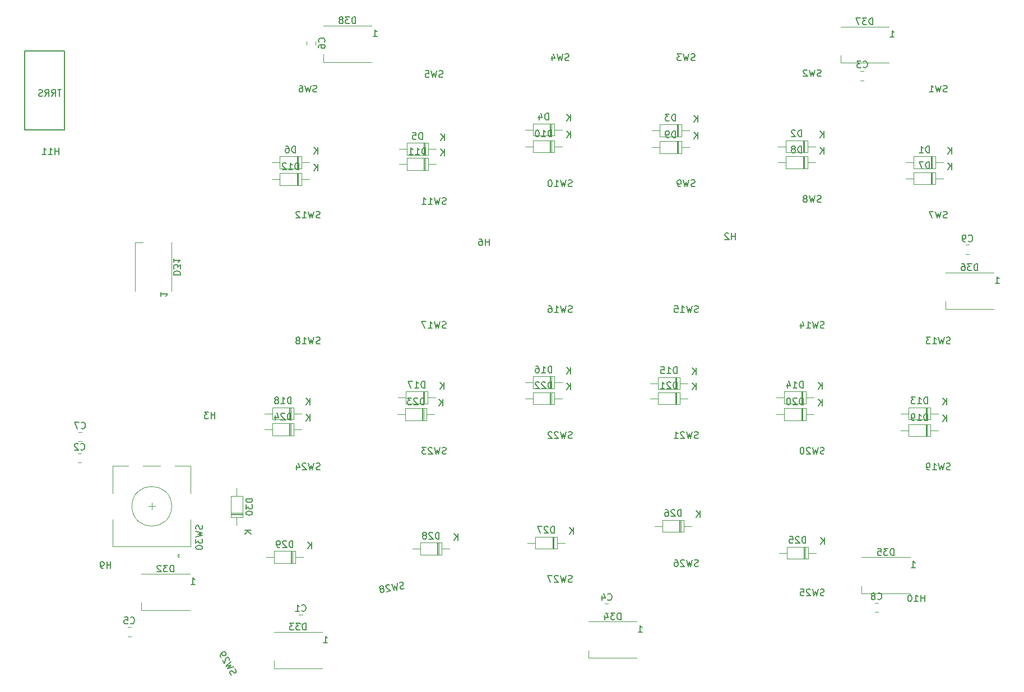
<source format=gbr>
G04 #@! TF.GenerationSoftware,KiCad,Pcbnew,5.1.5+dfsg1-2build2*
G04 #@! TF.CreationDate,2021-01-27T21:50:10+00:00*
G04 #@! TF.ProjectId,grandiceps,6772616e-6469-4636-9570-732e6b696361,rev?*
G04 #@! TF.SameCoordinates,Original*
G04 #@! TF.FileFunction,Legend,Bot*
G04 #@! TF.FilePolarity,Positive*
%FSLAX46Y46*%
G04 Gerber Fmt 4.6, Leading zero omitted, Abs format (unit mm)*
G04 Created by KiCad (PCBNEW 5.1.5+dfsg1-2build2) date 2021-01-27 21:50:10*
%MOMM*%
%LPD*%
G04 APERTURE LIST*
%ADD10C,0.150000*%
%ADD11C,0.120000*%
G04 APERTURE END LIST*
D10*
X95887600Y-58151800D02*
X95887600Y-46151800D01*
X89887600Y-58151800D02*
X95887600Y-58151800D01*
X89887600Y-46151800D02*
X89887600Y-58151800D01*
X95887600Y-46151800D02*
X89887600Y-46151800D01*
D11*
X112057000Y-115055000D02*
G75*
G03X112057000Y-115055000I-3000000J0D01*
G01*
X114957000Y-113055000D02*
X114957000Y-108955000D01*
X103157000Y-108955000D02*
X103157000Y-113055000D01*
X103157000Y-117055000D02*
X103157000Y-121155000D01*
X114957000Y-117055000D02*
X114957000Y-121155000D01*
X114957000Y-121155000D02*
X103157000Y-121155000D01*
X112857000Y-122555000D02*
X113157000Y-122855000D01*
X113157000Y-122855000D02*
X113157000Y-122255000D01*
X113157000Y-122255000D02*
X112857000Y-122555000D01*
X114957000Y-108955000D02*
X112557000Y-108955000D01*
X110357000Y-108955000D02*
X107757000Y-108955000D01*
X105557000Y-108955000D02*
X103157000Y-108955000D01*
X109557000Y-115055000D02*
X108557000Y-115055000D01*
X109057000Y-115555000D02*
X109057000Y-114555000D01*
X134984000Y-47860400D02*
X134984000Y-46710400D01*
X142284000Y-47860400D02*
X134984000Y-47860400D01*
X142284000Y-42360400D02*
X134984000Y-42360400D01*
X213102000Y-48012600D02*
X213102000Y-46862600D01*
X220402000Y-48012600D02*
X213102000Y-48012600D01*
X220402000Y-42512600D02*
X213102000Y-42512600D01*
X228963000Y-85198400D02*
X228963000Y-84048400D01*
X236263000Y-85198400D02*
X228963000Y-85198400D01*
X236263000Y-79698400D02*
X228963000Y-79698400D01*
X169815000Y-119654000D02*
X169815000Y-121494000D01*
X169575000Y-119654000D02*
X169575000Y-121494000D01*
X169695000Y-119654000D02*
X169695000Y-121494000D01*
X165811000Y-120574000D02*
X166991000Y-120574000D01*
X171451000Y-120574000D02*
X170271000Y-120574000D01*
X166991000Y-119654000D02*
X170271000Y-119654000D01*
X166991000Y-121494000D02*
X166991000Y-119654000D01*
X170271000Y-121494000D02*
X166991000Y-121494000D01*
X170271000Y-119654000D02*
X170271000Y-121494000D01*
X188992000Y-117114000D02*
X188992000Y-118954000D01*
X188752000Y-117114000D02*
X188752000Y-118954000D01*
X188872000Y-117114000D02*
X188872000Y-118954000D01*
X184988000Y-118034000D02*
X186168000Y-118034000D01*
X190628000Y-118034000D02*
X189448000Y-118034000D01*
X186168000Y-117114000D02*
X189448000Y-117114000D01*
X186168000Y-118954000D02*
X186168000Y-117114000D01*
X189448000Y-118954000D02*
X186168000Y-118954000D01*
X189448000Y-117114000D02*
X189448000Y-118954000D01*
X207788000Y-121178000D02*
X207788000Y-123018000D01*
X207548000Y-121178000D02*
X207548000Y-123018000D01*
X207668000Y-121178000D02*
X207668000Y-123018000D01*
X203784000Y-122098000D02*
X204964000Y-122098000D01*
X209424000Y-122098000D02*
X208244000Y-122098000D01*
X204964000Y-121178000D02*
X208244000Y-121178000D01*
X204964000Y-123018000D02*
X204964000Y-121178000D01*
X208244000Y-123018000D02*
X204964000Y-123018000D01*
X208244000Y-121178000D02*
X208244000Y-123018000D01*
X216289000Y-128252000D02*
X216289000Y-127102000D01*
X223589000Y-128252000D02*
X216289000Y-128252000D01*
X223589000Y-122752000D02*
X216289000Y-122752000D01*
X130064000Y-102509000D02*
X130064000Y-104349000D01*
X129824000Y-102509000D02*
X129824000Y-104349000D01*
X129944000Y-102509000D02*
X129944000Y-104349000D01*
X126060000Y-103429000D02*
X127240000Y-103429000D01*
X131700000Y-103429000D02*
X130520000Y-103429000D01*
X127240000Y-102509000D02*
X130520000Y-102509000D01*
X127240000Y-104349000D02*
X127240000Y-102509000D01*
X130520000Y-104349000D02*
X127240000Y-104349000D01*
X130520000Y-102509000D02*
X130520000Y-104349000D01*
X150130000Y-100223000D02*
X150130000Y-102063000D01*
X149890000Y-100223000D02*
X149890000Y-102063000D01*
X150010000Y-100223000D02*
X150010000Y-102063000D01*
X146126000Y-101143000D02*
X147306000Y-101143000D01*
X151766000Y-101143000D02*
X150586000Y-101143000D01*
X147306000Y-100223000D02*
X150586000Y-100223000D01*
X147306000Y-102063000D02*
X147306000Y-100223000D01*
X150586000Y-102063000D02*
X147306000Y-102063000D01*
X150586000Y-100223000D02*
X150586000Y-102063000D01*
X169434000Y-97809800D02*
X169434000Y-99649800D01*
X169194000Y-97809800D02*
X169194000Y-99649800D01*
X169314000Y-97809800D02*
X169314000Y-99649800D01*
X165430000Y-98729800D02*
X166610000Y-98729800D01*
X171070000Y-98729800D02*
X169890000Y-98729800D01*
X166610000Y-97809800D02*
X169890000Y-97809800D01*
X166610000Y-99649800D02*
X166610000Y-97809800D01*
X169890000Y-99649800D02*
X166610000Y-99649800D01*
X169890000Y-97809800D02*
X169890000Y-99649800D01*
X188357000Y-97809800D02*
X188357000Y-99649800D01*
X188117000Y-97809800D02*
X188117000Y-99649800D01*
X188237000Y-97809800D02*
X188237000Y-99649800D01*
X184353000Y-98729800D02*
X185533000Y-98729800D01*
X189993000Y-98729800D02*
X188813000Y-98729800D01*
X185533000Y-97809800D02*
X188813000Y-97809800D01*
X185533000Y-99649800D02*
X185533000Y-97809800D01*
X188813000Y-99649800D02*
X185533000Y-99649800D01*
X188813000Y-97809800D02*
X188813000Y-99649800D01*
X207407000Y-100223000D02*
X207407000Y-102063000D01*
X207167000Y-100223000D02*
X207167000Y-102063000D01*
X207287000Y-100223000D02*
X207287000Y-102063000D01*
X203403000Y-101143000D02*
X204583000Y-101143000D01*
X209043000Y-101143000D02*
X207863000Y-101143000D01*
X204583000Y-100223000D02*
X207863000Y-100223000D01*
X204583000Y-102063000D02*
X204583000Y-100223000D01*
X207863000Y-102063000D02*
X204583000Y-102063000D01*
X207863000Y-100223000D02*
X207863000Y-102063000D01*
X226203000Y-102636000D02*
X226203000Y-104476000D01*
X225963000Y-102636000D02*
X225963000Y-104476000D01*
X226083000Y-102636000D02*
X226083000Y-104476000D01*
X222199000Y-103556000D02*
X223379000Y-103556000D01*
X227839000Y-103556000D02*
X226659000Y-103556000D01*
X223379000Y-102636000D02*
X226659000Y-102636000D01*
X223379000Y-104476000D02*
X223379000Y-102636000D01*
X226659000Y-104476000D02*
X223379000Y-104476000D01*
X226659000Y-102636000D02*
X226659000Y-104476000D01*
X175039000Y-137980000D02*
X175039000Y-136830000D01*
X182339000Y-137980000D02*
X175039000Y-137980000D01*
X182339000Y-132480000D02*
X175039000Y-132480000D01*
X127502000Y-139555000D02*
X127502000Y-138405000D01*
X134802000Y-139555000D02*
X127502000Y-139555000D01*
X134802000Y-134055000D02*
X127502000Y-134055000D01*
X130064000Y-100096000D02*
X130064000Y-101936000D01*
X129824000Y-100096000D02*
X129824000Y-101936000D01*
X129944000Y-100096000D02*
X129944000Y-101936000D01*
X126060000Y-101016000D02*
X127240000Y-101016000D01*
X131700000Y-101016000D02*
X130520000Y-101016000D01*
X127240000Y-100096000D02*
X130520000Y-100096000D01*
X127240000Y-101936000D02*
X127240000Y-100096000D01*
X130520000Y-101936000D02*
X127240000Y-101936000D01*
X130520000Y-100096000D02*
X130520000Y-101936000D01*
X150257000Y-97682800D02*
X150257000Y-99522800D01*
X150017000Y-97682800D02*
X150017000Y-99522800D01*
X150137000Y-97682800D02*
X150137000Y-99522800D01*
X146253000Y-98602800D02*
X147433000Y-98602800D01*
X151893000Y-98602800D02*
X150713000Y-98602800D01*
X147433000Y-97682800D02*
X150713000Y-97682800D01*
X147433000Y-99522800D02*
X147433000Y-97682800D01*
X150713000Y-99522800D02*
X147433000Y-99522800D01*
X150713000Y-97682800D02*
X150713000Y-99522800D01*
X169434000Y-95396800D02*
X169434000Y-97236800D01*
X169194000Y-95396800D02*
X169194000Y-97236800D01*
X169314000Y-95396800D02*
X169314000Y-97236800D01*
X165430000Y-96316800D02*
X166610000Y-96316800D01*
X171070000Y-96316800D02*
X169890000Y-96316800D01*
X166610000Y-95396800D02*
X169890000Y-95396800D01*
X166610000Y-97236800D02*
X166610000Y-95396800D01*
X169890000Y-97236800D02*
X166610000Y-97236800D01*
X169890000Y-95396800D02*
X169890000Y-97236800D01*
X188357000Y-95523800D02*
X188357000Y-97363800D01*
X188117000Y-95523800D02*
X188117000Y-97363800D01*
X188237000Y-95523800D02*
X188237000Y-97363800D01*
X184353000Y-96443800D02*
X185533000Y-96443800D01*
X189993000Y-96443800D02*
X188813000Y-96443800D01*
X185533000Y-95523800D02*
X188813000Y-95523800D01*
X185533000Y-97363800D02*
X185533000Y-95523800D01*
X188813000Y-97363800D02*
X185533000Y-97363800D01*
X188813000Y-95523800D02*
X188813000Y-97363800D01*
X207407000Y-97682800D02*
X207407000Y-99522800D01*
X207167000Y-97682800D02*
X207167000Y-99522800D01*
X207287000Y-97682800D02*
X207287000Y-99522800D01*
X203403000Y-98602800D02*
X204583000Y-98602800D01*
X209043000Y-98602800D02*
X207863000Y-98602800D01*
X204583000Y-97682800D02*
X207863000Y-97682800D01*
X204583000Y-99522800D02*
X204583000Y-97682800D01*
X207863000Y-99522800D02*
X204583000Y-99522800D01*
X207863000Y-97682800D02*
X207863000Y-99522800D01*
X226203000Y-100096000D02*
X226203000Y-101936000D01*
X225963000Y-100096000D02*
X225963000Y-101936000D01*
X226083000Y-100096000D02*
X226083000Y-101936000D01*
X222199000Y-101016000D02*
X223379000Y-101016000D01*
X227839000Y-101016000D02*
X226659000Y-101016000D01*
X223379000Y-100096000D02*
X226659000Y-100096000D01*
X223379000Y-101936000D02*
X223379000Y-100096000D01*
X226659000Y-101936000D02*
X223379000Y-101936000D01*
X226659000Y-100096000D02*
X226659000Y-101936000D01*
X131207000Y-64662800D02*
X131207000Y-66502800D01*
X130967000Y-64662800D02*
X130967000Y-66502800D01*
X131087000Y-64662800D02*
X131087000Y-66502800D01*
X127203000Y-65582800D02*
X128383000Y-65582800D01*
X132843000Y-65582800D02*
X131663000Y-65582800D01*
X128383000Y-64662800D02*
X131663000Y-64662800D01*
X128383000Y-66502800D02*
X128383000Y-64662800D01*
X131663000Y-66502800D02*
X128383000Y-66502800D01*
X131663000Y-64662800D02*
X131663000Y-66502800D01*
X150384000Y-62376800D02*
X150384000Y-64216800D01*
X150144000Y-62376800D02*
X150144000Y-64216800D01*
X150264000Y-62376800D02*
X150264000Y-64216800D01*
X146380000Y-63296800D02*
X147560000Y-63296800D01*
X152020000Y-63296800D02*
X150840000Y-63296800D01*
X147560000Y-62376800D02*
X150840000Y-62376800D01*
X147560000Y-64216800D02*
X147560000Y-62376800D01*
X150840000Y-64216800D02*
X147560000Y-64216800D01*
X150840000Y-62376800D02*
X150840000Y-64216800D01*
X169434000Y-59709800D02*
X169434000Y-61549800D01*
X169194000Y-59709800D02*
X169194000Y-61549800D01*
X169314000Y-59709800D02*
X169314000Y-61549800D01*
X165430000Y-60629800D02*
X166610000Y-60629800D01*
X171070000Y-60629800D02*
X169890000Y-60629800D01*
X166610000Y-59709800D02*
X169890000Y-59709800D01*
X166610000Y-61549800D02*
X166610000Y-59709800D01*
X169890000Y-61549800D02*
X166610000Y-61549800D01*
X169890000Y-59709800D02*
X169890000Y-61549800D01*
X188611000Y-59836800D02*
X188611000Y-61676800D01*
X188371000Y-59836800D02*
X188371000Y-61676800D01*
X188491000Y-59836800D02*
X188491000Y-61676800D01*
X184607000Y-60756800D02*
X185787000Y-60756800D01*
X190247000Y-60756800D02*
X189067000Y-60756800D01*
X185787000Y-59836800D02*
X189067000Y-59836800D01*
X185787000Y-61676800D02*
X185787000Y-59836800D01*
X189067000Y-61676800D02*
X185787000Y-61676800D01*
X189067000Y-59836800D02*
X189067000Y-61676800D01*
X207661000Y-62122800D02*
X207661000Y-63962800D01*
X207421000Y-62122800D02*
X207421000Y-63962800D01*
X207541000Y-62122800D02*
X207541000Y-63962800D01*
X203657000Y-63042800D02*
X204837000Y-63042800D01*
X209297000Y-63042800D02*
X208117000Y-63042800D01*
X204837000Y-62122800D02*
X208117000Y-62122800D01*
X204837000Y-63962800D02*
X204837000Y-62122800D01*
X208117000Y-63962800D02*
X204837000Y-63962800D01*
X208117000Y-62122800D02*
X208117000Y-63962800D01*
X107489000Y-130766000D02*
X107489000Y-129616000D01*
X114789000Y-130766000D02*
X107489000Y-130766000D01*
X114789000Y-125266000D02*
X107489000Y-125266000D01*
X226965000Y-64535800D02*
X226965000Y-66375800D01*
X226725000Y-64535800D02*
X226725000Y-66375800D01*
X226845000Y-64535800D02*
X226845000Y-66375800D01*
X222961000Y-65455800D02*
X224141000Y-65455800D01*
X228601000Y-65455800D02*
X227421000Y-65455800D01*
X224141000Y-64535800D02*
X227421000Y-64535800D01*
X224141000Y-66375800D02*
X224141000Y-64535800D01*
X227421000Y-66375800D02*
X224141000Y-66375800D01*
X227421000Y-64535800D02*
X227421000Y-66375800D01*
X106572000Y-75180000D02*
X107722000Y-75180000D01*
X106572000Y-82480000D02*
X106572000Y-75180000D01*
X112072000Y-82480000D02*
X112072000Y-75180000D01*
X122815000Y-116297000D02*
X120975000Y-116297000D01*
X122815000Y-116057000D02*
X120975000Y-116057000D01*
X122815000Y-116177000D02*
X120975000Y-116177000D01*
X121895000Y-112293000D02*
X121895000Y-113473000D01*
X121895000Y-117933000D02*
X121895000Y-116753000D01*
X122815000Y-113473000D02*
X122815000Y-116753000D01*
X120975000Y-113473000D02*
X122815000Y-113473000D01*
X120975000Y-116753000D02*
X120975000Y-113473000D01*
X122815000Y-116753000D02*
X120975000Y-116753000D01*
X130318000Y-121813000D02*
X130318000Y-123653000D01*
X130078000Y-121813000D02*
X130078000Y-123653000D01*
X130198000Y-121813000D02*
X130198000Y-123653000D01*
X126314000Y-122733000D02*
X127494000Y-122733000D01*
X131954000Y-122733000D02*
X130774000Y-122733000D01*
X127494000Y-121813000D02*
X130774000Y-121813000D01*
X127494000Y-123653000D02*
X127494000Y-121813000D01*
X130774000Y-123653000D02*
X127494000Y-123653000D01*
X130774000Y-121813000D02*
X130774000Y-123653000D01*
X152416000Y-120543000D02*
X152416000Y-122383000D01*
X152176000Y-120543000D02*
X152176000Y-122383000D01*
X152296000Y-120543000D02*
X152296000Y-122383000D01*
X148412000Y-121463000D02*
X149592000Y-121463000D01*
X154052000Y-121463000D02*
X152872000Y-121463000D01*
X149592000Y-120543000D02*
X152872000Y-120543000D01*
X149592000Y-122383000D02*
X149592000Y-120543000D01*
X152872000Y-122383000D02*
X149592000Y-122383000D01*
X152872000Y-120543000D02*
X152872000Y-122383000D01*
X131207000Y-62122800D02*
X131207000Y-63962800D01*
X130967000Y-62122800D02*
X130967000Y-63962800D01*
X131087000Y-62122800D02*
X131087000Y-63962800D01*
X127203000Y-63042800D02*
X128383000Y-63042800D01*
X132843000Y-63042800D02*
X131663000Y-63042800D01*
X128383000Y-62122800D02*
X131663000Y-62122800D01*
X128383000Y-63962800D02*
X128383000Y-62122800D01*
X131663000Y-63962800D02*
X128383000Y-63962800D01*
X131663000Y-62122800D02*
X131663000Y-63962800D01*
X150384000Y-60090800D02*
X150384000Y-61930800D01*
X150144000Y-60090800D02*
X150144000Y-61930800D01*
X150264000Y-60090800D02*
X150264000Y-61930800D01*
X146380000Y-61010800D02*
X147560000Y-61010800D01*
X152020000Y-61010800D02*
X150840000Y-61010800D01*
X147560000Y-60090800D02*
X150840000Y-60090800D01*
X147560000Y-61930800D02*
X147560000Y-60090800D01*
X150840000Y-61930800D02*
X147560000Y-61930800D01*
X150840000Y-60090800D02*
X150840000Y-61930800D01*
X169434000Y-57169800D02*
X169434000Y-59009800D01*
X169194000Y-57169800D02*
X169194000Y-59009800D01*
X169314000Y-57169800D02*
X169314000Y-59009800D01*
X165430000Y-58089800D02*
X166610000Y-58089800D01*
X171070000Y-58089800D02*
X169890000Y-58089800D01*
X166610000Y-57169800D02*
X169890000Y-57169800D01*
X166610000Y-59009800D02*
X166610000Y-57169800D01*
X169890000Y-59009800D02*
X166610000Y-59009800D01*
X169890000Y-57169800D02*
X169890000Y-59009800D01*
X188611000Y-57296800D02*
X188611000Y-59136800D01*
X188371000Y-57296800D02*
X188371000Y-59136800D01*
X188491000Y-57296800D02*
X188491000Y-59136800D01*
X184607000Y-58216800D02*
X185787000Y-58216800D01*
X190247000Y-58216800D02*
X189067000Y-58216800D01*
X185787000Y-57296800D02*
X189067000Y-57296800D01*
X185787000Y-59136800D02*
X185787000Y-57296800D01*
X189067000Y-59136800D02*
X185787000Y-59136800D01*
X189067000Y-57296800D02*
X189067000Y-59136800D01*
X207661000Y-59709800D02*
X207661000Y-61549800D01*
X207421000Y-59709800D02*
X207421000Y-61549800D01*
X207541000Y-59709800D02*
X207541000Y-61549800D01*
X203657000Y-60629800D02*
X204837000Y-60629800D01*
X209297000Y-60629800D02*
X208117000Y-60629800D01*
X204837000Y-59709800D02*
X208117000Y-59709800D01*
X204837000Y-61549800D02*
X204837000Y-59709800D01*
X208117000Y-61549800D02*
X204837000Y-61549800D01*
X208117000Y-59709800D02*
X208117000Y-61549800D01*
X226965000Y-62122800D02*
X226965000Y-63962800D01*
X226725000Y-62122800D02*
X226725000Y-63962800D01*
X226845000Y-62122800D02*
X226845000Y-63962800D01*
X222961000Y-63042800D02*
X224141000Y-63042800D01*
X228601000Y-63042800D02*
X227421000Y-63042800D01*
X224141000Y-62122800D02*
X227421000Y-62122800D01*
X224141000Y-63962800D02*
X224141000Y-62122800D01*
X227421000Y-63962800D02*
X224141000Y-63962800D01*
X227421000Y-62122800D02*
X227421000Y-63962800D01*
X232518478Y-76935400D02*
X232001322Y-76935400D01*
X232518478Y-75515400D02*
X232001322Y-75515400D01*
X218797578Y-131063000D02*
X218280422Y-131063000D01*
X218797578Y-129643000D02*
X218280422Y-129643000D01*
X98478178Y-105231000D02*
X97961022Y-105231000D01*
X98478178Y-103811000D02*
X97961022Y-103811000D01*
X132411400Y-45269678D02*
X132411400Y-44752522D01*
X133831400Y-45269678D02*
X133831400Y-44752522D01*
X105920578Y-134721000D02*
X105403422Y-134721000D01*
X105920578Y-133301000D02*
X105403422Y-133301000D01*
X178033578Y-131165000D02*
X177516422Y-131165000D01*
X178033578Y-129745000D02*
X177516422Y-129745000D01*
X216638578Y-50646400D02*
X216121422Y-50646400D01*
X216638578Y-49226400D02*
X216121422Y-49226400D01*
X98402178Y-108457000D02*
X97885022Y-108457000D01*
X98402178Y-107037000D02*
X97885022Y-107037000D01*
X131807578Y-132841000D02*
X131290422Y-132841000D01*
X131807578Y-131421000D02*
X131290422Y-131421000D01*
D10*
X95399504Y-52054180D02*
X94828076Y-52054180D01*
X95113790Y-53054180D02*
X95113790Y-52054180D01*
X93923314Y-53054180D02*
X94256647Y-52577990D01*
X94494742Y-53054180D02*
X94494742Y-52054180D01*
X94113790Y-52054180D01*
X94018552Y-52101800D01*
X93970933Y-52149419D01*
X93923314Y-52244657D01*
X93923314Y-52387514D01*
X93970933Y-52482752D01*
X94018552Y-52530371D01*
X94113790Y-52577990D01*
X94494742Y-52577990D01*
X92923314Y-53054180D02*
X93256647Y-52577990D01*
X93494742Y-53054180D02*
X93494742Y-52054180D01*
X93113790Y-52054180D01*
X93018552Y-52101800D01*
X92970933Y-52149419D01*
X92923314Y-52244657D01*
X92923314Y-52387514D01*
X92970933Y-52482752D01*
X93018552Y-52530371D01*
X93113790Y-52577990D01*
X93494742Y-52577990D01*
X92542361Y-53006561D02*
X92399504Y-53054180D01*
X92161409Y-53054180D01*
X92066171Y-53006561D01*
X92018552Y-52958942D01*
X91970933Y-52863704D01*
X91970933Y-52768466D01*
X92018552Y-52673228D01*
X92066171Y-52625609D01*
X92161409Y-52577990D01*
X92351885Y-52530371D01*
X92447123Y-52482752D01*
X92494742Y-52435133D01*
X92542361Y-52339895D01*
X92542361Y-52244657D01*
X92494742Y-52149419D01*
X92447123Y-52101800D01*
X92351885Y-52054180D01*
X92113790Y-52054180D01*
X91970933Y-52101800D01*
X121083902Y-140570179D02*
X120971234Y-140470271D01*
X120852187Y-140264074D01*
X120845807Y-140157786D01*
X120863237Y-140092737D01*
X120921906Y-140003879D01*
X121004385Y-139956260D01*
X121110673Y-139949880D01*
X121175722Y-139967310D01*
X121264580Y-140025979D01*
X121401057Y-140167127D01*
X121489916Y-140225796D01*
X121554964Y-140243225D01*
X121661253Y-140236846D01*
X121743731Y-140189227D01*
X121802400Y-140100368D01*
X121819830Y-140035319D01*
X121813450Y-139929031D01*
X121694403Y-139722835D01*
X121581735Y-139622926D01*
X121456307Y-139310442D02*
X120471234Y-139604245D01*
X120994586Y-139082145D01*
X120280758Y-139274331D01*
X121027736Y-138568134D01*
X120778591Y-138327078D02*
X120796021Y-138262029D01*
X120789641Y-138155741D01*
X120670593Y-137949545D01*
X120581735Y-137890876D01*
X120516686Y-137873446D01*
X120410398Y-137879826D01*
X120327919Y-137927445D01*
X120228011Y-138040113D01*
X120018853Y-138820698D01*
X119709330Y-138284587D01*
X119471234Y-137872194D02*
X119375996Y-137707237D01*
X119369617Y-137600949D01*
X119387046Y-137535900D01*
X119463145Y-137381993D01*
X119604293Y-137245516D01*
X119934207Y-137055039D01*
X120040496Y-137048660D01*
X120105544Y-137066090D01*
X120194403Y-137124759D01*
X120289641Y-137289716D01*
X120296021Y-137396004D01*
X120278591Y-137461053D01*
X120219922Y-137549911D01*
X120013725Y-137668959D01*
X119907437Y-137675339D01*
X119842388Y-137657909D01*
X119753530Y-137599240D01*
X119658292Y-137434282D01*
X119651912Y-137327994D01*
X119669342Y-137262945D01*
X119728011Y-137174087D01*
X147175558Y-127447773D02*
X147043140Y-127519475D01*
X146808662Y-127560820D01*
X146706602Y-127530462D01*
X146651437Y-127491836D01*
X146588004Y-127406313D01*
X146571466Y-127312522D01*
X146601823Y-127210462D01*
X146640450Y-127155297D01*
X146725972Y-127091864D01*
X146905286Y-127011892D01*
X146990808Y-126948459D01*
X147029435Y-126893294D01*
X147059792Y-126791234D01*
X147043254Y-126697443D01*
X146979821Y-126611921D01*
X146924656Y-126573294D01*
X146822596Y-126542936D01*
X146588118Y-126584281D01*
X146455700Y-126655984D01*
X146119162Y-126666971D02*
X146058332Y-127693123D01*
X145746715Y-127022765D01*
X145683167Y-127759275D01*
X145275041Y-126815812D01*
X144963310Y-126967486D02*
X144908145Y-126928859D01*
X144806085Y-126898502D01*
X144571607Y-126939846D01*
X144486085Y-127003280D01*
X144447458Y-127058445D01*
X144417100Y-127160505D01*
X144433638Y-127254296D01*
X144505341Y-127386714D01*
X145167316Y-127850234D01*
X144557673Y-127957730D01*
X143895698Y-127494210D02*
X143981220Y-127430777D01*
X144019847Y-127375612D01*
X144050204Y-127273552D01*
X144041936Y-127226656D01*
X143978502Y-127141134D01*
X143923337Y-127102508D01*
X143821277Y-127072150D01*
X143633695Y-127105226D01*
X143548173Y-127168659D01*
X143509546Y-127223824D01*
X143479188Y-127325884D01*
X143487457Y-127372780D01*
X143550891Y-127458302D01*
X143606055Y-127496928D01*
X143708115Y-127527286D01*
X143895698Y-127494210D01*
X143997758Y-127524568D01*
X144052923Y-127563195D01*
X144116356Y-127648717D01*
X144149432Y-127836299D01*
X144119074Y-127938359D01*
X144080448Y-127993524D01*
X143994925Y-128056958D01*
X143807343Y-128090033D01*
X143705283Y-128059676D01*
X143650118Y-128021049D01*
X143586685Y-127935527D01*
X143553609Y-127747944D01*
X143583967Y-127645884D01*
X143622593Y-127590720D01*
X143708115Y-127527286D01*
X172542523Y-126468761D02*
X172399666Y-126516380D01*
X172161571Y-126516380D01*
X172066333Y-126468761D01*
X172018714Y-126421142D01*
X171971095Y-126325904D01*
X171971095Y-126230666D01*
X172018714Y-126135428D01*
X172066333Y-126087809D01*
X172161571Y-126040190D01*
X172352047Y-125992571D01*
X172447285Y-125944952D01*
X172494904Y-125897333D01*
X172542523Y-125802095D01*
X172542523Y-125706857D01*
X172494904Y-125611619D01*
X172447285Y-125564000D01*
X172352047Y-125516380D01*
X172113952Y-125516380D01*
X171971095Y-125564000D01*
X171637761Y-125516380D02*
X171399666Y-126516380D01*
X171209190Y-125802095D01*
X171018714Y-126516380D01*
X170780619Y-125516380D01*
X170447285Y-125611619D02*
X170399666Y-125564000D01*
X170304428Y-125516380D01*
X170066333Y-125516380D01*
X169971095Y-125564000D01*
X169923476Y-125611619D01*
X169875857Y-125706857D01*
X169875857Y-125802095D01*
X169923476Y-125944952D01*
X170494904Y-126516380D01*
X169875857Y-126516380D01*
X169542523Y-125516380D02*
X168875857Y-125516380D01*
X169304428Y-126516380D01*
X191582523Y-124088761D02*
X191439666Y-124136380D01*
X191201571Y-124136380D01*
X191106333Y-124088761D01*
X191058714Y-124041142D01*
X191011095Y-123945904D01*
X191011095Y-123850666D01*
X191058714Y-123755428D01*
X191106333Y-123707809D01*
X191201571Y-123660190D01*
X191392047Y-123612571D01*
X191487285Y-123564952D01*
X191534904Y-123517333D01*
X191582523Y-123422095D01*
X191582523Y-123326857D01*
X191534904Y-123231619D01*
X191487285Y-123184000D01*
X191392047Y-123136380D01*
X191153952Y-123136380D01*
X191011095Y-123184000D01*
X190677761Y-123136380D02*
X190439666Y-124136380D01*
X190249190Y-123422095D01*
X190058714Y-124136380D01*
X189820619Y-123136380D01*
X189487285Y-123231619D02*
X189439666Y-123184000D01*
X189344428Y-123136380D01*
X189106333Y-123136380D01*
X189011095Y-123184000D01*
X188963476Y-123231619D01*
X188915857Y-123326857D01*
X188915857Y-123422095D01*
X188963476Y-123564952D01*
X189534904Y-124136380D01*
X188915857Y-124136380D01*
X188058714Y-123136380D02*
X188249190Y-123136380D01*
X188344428Y-123184000D01*
X188392047Y-123231619D01*
X188487285Y-123374476D01*
X188534904Y-123564952D01*
X188534904Y-123945904D01*
X188487285Y-124041142D01*
X188439666Y-124088761D01*
X188344428Y-124136380D01*
X188153952Y-124136380D01*
X188058714Y-124088761D01*
X188011095Y-124041142D01*
X187963476Y-123945904D01*
X187963476Y-123707809D01*
X188011095Y-123612571D01*
X188058714Y-123564952D01*
X188153952Y-123517333D01*
X188344428Y-123517333D01*
X188439666Y-123564952D01*
X188487285Y-123612571D01*
X188534904Y-123707809D01*
X210622523Y-128528761D02*
X210479666Y-128576380D01*
X210241571Y-128576380D01*
X210146333Y-128528761D01*
X210098714Y-128481142D01*
X210051095Y-128385904D01*
X210051095Y-128290666D01*
X210098714Y-128195428D01*
X210146333Y-128147809D01*
X210241571Y-128100190D01*
X210432047Y-128052571D01*
X210527285Y-128004952D01*
X210574904Y-127957333D01*
X210622523Y-127862095D01*
X210622523Y-127766857D01*
X210574904Y-127671619D01*
X210527285Y-127624000D01*
X210432047Y-127576380D01*
X210193952Y-127576380D01*
X210051095Y-127624000D01*
X209717761Y-127576380D02*
X209479666Y-128576380D01*
X209289190Y-127862095D01*
X209098714Y-128576380D01*
X208860619Y-127576380D01*
X208527285Y-127671619D02*
X208479666Y-127624000D01*
X208384428Y-127576380D01*
X208146333Y-127576380D01*
X208051095Y-127624000D01*
X208003476Y-127671619D01*
X207955857Y-127766857D01*
X207955857Y-127862095D01*
X208003476Y-128004952D01*
X208574904Y-128576380D01*
X207955857Y-128576380D01*
X207051095Y-127576380D02*
X207527285Y-127576380D01*
X207574904Y-128052571D01*
X207527285Y-128004952D01*
X207432047Y-127957333D01*
X207193952Y-127957333D01*
X207098714Y-128004952D01*
X207051095Y-128052571D01*
X207003476Y-128147809D01*
X207003476Y-128385904D01*
X207051095Y-128481142D01*
X207098714Y-128528761D01*
X207193952Y-128576380D01*
X207432047Y-128576380D01*
X207527285Y-128528761D01*
X207574904Y-128481142D01*
X134462523Y-109488761D02*
X134319666Y-109536380D01*
X134081571Y-109536380D01*
X133986333Y-109488761D01*
X133938714Y-109441142D01*
X133891095Y-109345904D01*
X133891095Y-109250666D01*
X133938714Y-109155428D01*
X133986333Y-109107809D01*
X134081571Y-109060190D01*
X134272047Y-109012571D01*
X134367285Y-108964952D01*
X134414904Y-108917333D01*
X134462523Y-108822095D01*
X134462523Y-108726857D01*
X134414904Y-108631619D01*
X134367285Y-108584000D01*
X134272047Y-108536380D01*
X134033952Y-108536380D01*
X133891095Y-108584000D01*
X133557761Y-108536380D02*
X133319666Y-109536380D01*
X133129190Y-108822095D01*
X132938714Y-109536380D01*
X132700619Y-108536380D01*
X132367285Y-108631619D02*
X132319666Y-108584000D01*
X132224428Y-108536380D01*
X131986333Y-108536380D01*
X131891095Y-108584000D01*
X131843476Y-108631619D01*
X131795857Y-108726857D01*
X131795857Y-108822095D01*
X131843476Y-108964952D01*
X132414904Y-109536380D01*
X131795857Y-109536380D01*
X130938714Y-108869714D02*
X130938714Y-109536380D01*
X131176809Y-108488761D02*
X131414904Y-109203047D01*
X130795857Y-109203047D01*
X153502523Y-107108761D02*
X153359666Y-107156380D01*
X153121571Y-107156380D01*
X153026333Y-107108761D01*
X152978714Y-107061142D01*
X152931095Y-106965904D01*
X152931095Y-106870666D01*
X152978714Y-106775428D01*
X153026333Y-106727809D01*
X153121571Y-106680190D01*
X153312047Y-106632571D01*
X153407285Y-106584952D01*
X153454904Y-106537333D01*
X153502523Y-106442095D01*
X153502523Y-106346857D01*
X153454904Y-106251619D01*
X153407285Y-106204000D01*
X153312047Y-106156380D01*
X153073952Y-106156380D01*
X152931095Y-106204000D01*
X152597761Y-106156380D02*
X152359666Y-107156380D01*
X152169190Y-106442095D01*
X151978714Y-107156380D01*
X151740619Y-106156380D01*
X151407285Y-106251619D02*
X151359666Y-106204000D01*
X151264428Y-106156380D01*
X151026333Y-106156380D01*
X150931095Y-106204000D01*
X150883476Y-106251619D01*
X150835857Y-106346857D01*
X150835857Y-106442095D01*
X150883476Y-106584952D01*
X151454904Y-107156380D01*
X150835857Y-107156380D01*
X150502523Y-106156380D02*
X149883476Y-106156380D01*
X150216809Y-106537333D01*
X150073952Y-106537333D01*
X149978714Y-106584952D01*
X149931095Y-106632571D01*
X149883476Y-106727809D01*
X149883476Y-106965904D01*
X149931095Y-107061142D01*
X149978714Y-107108761D01*
X150073952Y-107156380D01*
X150359666Y-107156380D01*
X150454904Y-107108761D01*
X150502523Y-107061142D01*
X172542523Y-104728761D02*
X172399666Y-104776380D01*
X172161571Y-104776380D01*
X172066333Y-104728761D01*
X172018714Y-104681142D01*
X171971095Y-104585904D01*
X171971095Y-104490666D01*
X172018714Y-104395428D01*
X172066333Y-104347809D01*
X172161571Y-104300190D01*
X172352047Y-104252571D01*
X172447285Y-104204952D01*
X172494904Y-104157333D01*
X172542523Y-104062095D01*
X172542523Y-103966857D01*
X172494904Y-103871619D01*
X172447285Y-103824000D01*
X172352047Y-103776380D01*
X172113952Y-103776380D01*
X171971095Y-103824000D01*
X171637761Y-103776380D02*
X171399666Y-104776380D01*
X171209190Y-104062095D01*
X171018714Y-104776380D01*
X170780619Y-103776380D01*
X170447285Y-103871619D02*
X170399666Y-103824000D01*
X170304428Y-103776380D01*
X170066333Y-103776380D01*
X169971095Y-103824000D01*
X169923476Y-103871619D01*
X169875857Y-103966857D01*
X169875857Y-104062095D01*
X169923476Y-104204952D01*
X170494904Y-104776380D01*
X169875857Y-104776380D01*
X169494904Y-103871619D02*
X169447285Y-103824000D01*
X169352047Y-103776380D01*
X169113952Y-103776380D01*
X169018714Y-103824000D01*
X168971095Y-103871619D01*
X168923476Y-103966857D01*
X168923476Y-104062095D01*
X168971095Y-104204952D01*
X169542523Y-104776380D01*
X168923476Y-104776380D01*
X191582523Y-104728761D02*
X191439666Y-104776380D01*
X191201571Y-104776380D01*
X191106333Y-104728761D01*
X191058714Y-104681142D01*
X191011095Y-104585904D01*
X191011095Y-104490666D01*
X191058714Y-104395428D01*
X191106333Y-104347809D01*
X191201571Y-104300190D01*
X191392047Y-104252571D01*
X191487285Y-104204952D01*
X191534904Y-104157333D01*
X191582523Y-104062095D01*
X191582523Y-103966857D01*
X191534904Y-103871619D01*
X191487285Y-103824000D01*
X191392047Y-103776380D01*
X191153952Y-103776380D01*
X191011095Y-103824000D01*
X190677761Y-103776380D02*
X190439666Y-104776380D01*
X190249190Y-104062095D01*
X190058714Y-104776380D01*
X189820619Y-103776380D01*
X189487285Y-103871619D02*
X189439666Y-103824000D01*
X189344428Y-103776380D01*
X189106333Y-103776380D01*
X189011095Y-103824000D01*
X188963476Y-103871619D01*
X188915857Y-103966857D01*
X188915857Y-104062095D01*
X188963476Y-104204952D01*
X189534904Y-104776380D01*
X188915857Y-104776380D01*
X187963476Y-104776380D02*
X188534904Y-104776380D01*
X188249190Y-104776380D02*
X188249190Y-103776380D01*
X188344428Y-103919238D01*
X188439666Y-104014476D01*
X188534904Y-104062095D01*
X210622523Y-107108761D02*
X210479666Y-107156380D01*
X210241571Y-107156380D01*
X210146333Y-107108761D01*
X210098714Y-107061142D01*
X210051095Y-106965904D01*
X210051095Y-106870666D01*
X210098714Y-106775428D01*
X210146333Y-106727809D01*
X210241571Y-106680190D01*
X210432047Y-106632571D01*
X210527285Y-106584952D01*
X210574904Y-106537333D01*
X210622523Y-106442095D01*
X210622523Y-106346857D01*
X210574904Y-106251619D01*
X210527285Y-106204000D01*
X210432047Y-106156380D01*
X210193952Y-106156380D01*
X210051095Y-106204000D01*
X209717761Y-106156380D02*
X209479666Y-107156380D01*
X209289190Y-106442095D01*
X209098714Y-107156380D01*
X208860619Y-106156380D01*
X208527285Y-106251619D02*
X208479666Y-106204000D01*
X208384428Y-106156380D01*
X208146333Y-106156380D01*
X208051095Y-106204000D01*
X208003476Y-106251619D01*
X207955857Y-106346857D01*
X207955857Y-106442095D01*
X208003476Y-106584952D01*
X208574904Y-107156380D01*
X207955857Y-107156380D01*
X207336809Y-106156380D02*
X207241571Y-106156380D01*
X207146333Y-106204000D01*
X207098714Y-106251619D01*
X207051095Y-106346857D01*
X207003476Y-106537333D01*
X207003476Y-106775428D01*
X207051095Y-106965904D01*
X207098714Y-107061142D01*
X207146333Y-107108761D01*
X207241571Y-107156380D01*
X207336809Y-107156380D01*
X207432047Y-107108761D01*
X207479666Y-107061142D01*
X207527285Y-106965904D01*
X207574904Y-106775428D01*
X207574904Y-106537333D01*
X207527285Y-106346857D01*
X207479666Y-106251619D01*
X207432047Y-106204000D01*
X207336809Y-106156380D01*
X229662523Y-109488761D02*
X229519666Y-109536380D01*
X229281571Y-109536380D01*
X229186333Y-109488761D01*
X229138714Y-109441142D01*
X229091095Y-109345904D01*
X229091095Y-109250666D01*
X229138714Y-109155428D01*
X229186333Y-109107809D01*
X229281571Y-109060190D01*
X229472047Y-109012571D01*
X229567285Y-108964952D01*
X229614904Y-108917333D01*
X229662523Y-108822095D01*
X229662523Y-108726857D01*
X229614904Y-108631619D01*
X229567285Y-108584000D01*
X229472047Y-108536380D01*
X229233952Y-108536380D01*
X229091095Y-108584000D01*
X228757761Y-108536380D02*
X228519666Y-109536380D01*
X228329190Y-108822095D01*
X228138714Y-109536380D01*
X227900619Y-108536380D01*
X226995857Y-109536380D02*
X227567285Y-109536380D01*
X227281571Y-109536380D02*
X227281571Y-108536380D01*
X227376809Y-108679238D01*
X227472047Y-108774476D01*
X227567285Y-108822095D01*
X226519666Y-109536380D02*
X226329190Y-109536380D01*
X226233952Y-109488761D01*
X226186333Y-109441142D01*
X226091095Y-109298285D01*
X226043476Y-109107809D01*
X226043476Y-108726857D01*
X226091095Y-108631619D01*
X226138714Y-108584000D01*
X226233952Y-108536380D01*
X226424428Y-108536380D01*
X226519666Y-108584000D01*
X226567285Y-108631619D01*
X226614904Y-108726857D01*
X226614904Y-108964952D01*
X226567285Y-109060190D01*
X226519666Y-109107809D01*
X226424428Y-109155428D01*
X226233952Y-109155428D01*
X226138714Y-109107809D01*
X226091095Y-109060190D01*
X226043476Y-108964952D01*
X134462523Y-90448561D02*
X134319666Y-90496180D01*
X134081571Y-90496180D01*
X133986333Y-90448561D01*
X133938714Y-90400942D01*
X133891095Y-90305704D01*
X133891095Y-90210466D01*
X133938714Y-90115228D01*
X133986333Y-90067609D01*
X134081571Y-90019990D01*
X134272047Y-89972371D01*
X134367285Y-89924752D01*
X134414904Y-89877133D01*
X134462523Y-89781895D01*
X134462523Y-89686657D01*
X134414904Y-89591419D01*
X134367285Y-89543800D01*
X134272047Y-89496180D01*
X134033952Y-89496180D01*
X133891095Y-89543800D01*
X133557761Y-89496180D02*
X133319666Y-90496180D01*
X133129190Y-89781895D01*
X132938714Y-90496180D01*
X132700619Y-89496180D01*
X131795857Y-90496180D02*
X132367285Y-90496180D01*
X132081571Y-90496180D02*
X132081571Y-89496180D01*
X132176809Y-89639038D01*
X132272047Y-89734276D01*
X132367285Y-89781895D01*
X131224428Y-89924752D02*
X131319666Y-89877133D01*
X131367285Y-89829514D01*
X131414904Y-89734276D01*
X131414904Y-89686657D01*
X131367285Y-89591419D01*
X131319666Y-89543800D01*
X131224428Y-89496180D01*
X131033952Y-89496180D01*
X130938714Y-89543800D01*
X130891095Y-89591419D01*
X130843476Y-89686657D01*
X130843476Y-89734276D01*
X130891095Y-89829514D01*
X130938714Y-89877133D01*
X131033952Y-89924752D01*
X131224428Y-89924752D01*
X131319666Y-89972371D01*
X131367285Y-90019990D01*
X131414904Y-90115228D01*
X131414904Y-90305704D01*
X131367285Y-90400942D01*
X131319666Y-90448561D01*
X131224428Y-90496180D01*
X131033952Y-90496180D01*
X130938714Y-90448561D01*
X130891095Y-90400942D01*
X130843476Y-90305704D01*
X130843476Y-90115228D01*
X130891095Y-90019990D01*
X130938714Y-89972371D01*
X131033952Y-89924752D01*
X153502523Y-88068561D02*
X153359666Y-88116180D01*
X153121571Y-88116180D01*
X153026333Y-88068561D01*
X152978714Y-88020942D01*
X152931095Y-87925704D01*
X152931095Y-87830466D01*
X152978714Y-87735228D01*
X153026333Y-87687609D01*
X153121571Y-87639990D01*
X153312047Y-87592371D01*
X153407285Y-87544752D01*
X153454904Y-87497133D01*
X153502523Y-87401895D01*
X153502523Y-87306657D01*
X153454904Y-87211419D01*
X153407285Y-87163800D01*
X153312047Y-87116180D01*
X153073952Y-87116180D01*
X152931095Y-87163800D01*
X152597761Y-87116180D02*
X152359666Y-88116180D01*
X152169190Y-87401895D01*
X151978714Y-88116180D01*
X151740619Y-87116180D01*
X150835857Y-88116180D02*
X151407285Y-88116180D01*
X151121571Y-88116180D02*
X151121571Y-87116180D01*
X151216809Y-87259038D01*
X151312047Y-87354276D01*
X151407285Y-87401895D01*
X150502523Y-87116180D02*
X149835857Y-87116180D01*
X150264428Y-88116180D01*
X172542523Y-85688561D02*
X172399666Y-85736180D01*
X172161571Y-85736180D01*
X172066333Y-85688561D01*
X172018714Y-85640942D01*
X171971095Y-85545704D01*
X171971095Y-85450466D01*
X172018714Y-85355228D01*
X172066333Y-85307609D01*
X172161571Y-85259990D01*
X172352047Y-85212371D01*
X172447285Y-85164752D01*
X172494904Y-85117133D01*
X172542523Y-85021895D01*
X172542523Y-84926657D01*
X172494904Y-84831419D01*
X172447285Y-84783800D01*
X172352047Y-84736180D01*
X172113952Y-84736180D01*
X171971095Y-84783800D01*
X171637761Y-84736180D02*
X171399666Y-85736180D01*
X171209190Y-85021895D01*
X171018714Y-85736180D01*
X170780619Y-84736180D01*
X169875857Y-85736180D02*
X170447285Y-85736180D01*
X170161571Y-85736180D02*
X170161571Y-84736180D01*
X170256809Y-84879038D01*
X170352047Y-84974276D01*
X170447285Y-85021895D01*
X169018714Y-84736180D02*
X169209190Y-84736180D01*
X169304428Y-84783800D01*
X169352047Y-84831419D01*
X169447285Y-84974276D01*
X169494904Y-85164752D01*
X169494904Y-85545704D01*
X169447285Y-85640942D01*
X169399666Y-85688561D01*
X169304428Y-85736180D01*
X169113952Y-85736180D01*
X169018714Y-85688561D01*
X168971095Y-85640942D01*
X168923476Y-85545704D01*
X168923476Y-85307609D01*
X168971095Y-85212371D01*
X169018714Y-85164752D01*
X169113952Y-85117133D01*
X169304428Y-85117133D01*
X169399666Y-85164752D01*
X169447285Y-85212371D01*
X169494904Y-85307609D01*
X191582523Y-85688561D02*
X191439666Y-85736180D01*
X191201571Y-85736180D01*
X191106333Y-85688561D01*
X191058714Y-85640942D01*
X191011095Y-85545704D01*
X191011095Y-85450466D01*
X191058714Y-85355228D01*
X191106333Y-85307609D01*
X191201571Y-85259990D01*
X191392047Y-85212371D01*
X191487285Y-85164752D01*
X191534904Y-85117133D01*
X191582523Y-85021895D01*
X191582523Y-84926657D01*
X191534904Y-84831419D01*
X191487285Y-84783800D01*
X191392047Y-84736180D01*
X191153952Y-84736180D01*
X191011095Y-84783800D01*
X190677761Y-84736180D02*
X190439666Y-85736180D01*
X190249190Y-85021895D01*
X190058714Y-85736180D01*
X189820619Y-84736180D01*
X188915857Y-85736180D02*
X189487285Y-85736180D01*
X189201571Y-85736180D02*
X189201571Y-84736180D01*
X189296809Y-84879038D01*
X189392047Y-84974276D01*
X189487285Y-85021895D01*
X188011095Y-84736180D02*
X188487285Y-84736180D01*
X188534904Y-85212371D01*
X188487285Y-85164752D01*
X188392047Y-85117133D01*
X188153952Y-85117133D01*
X188058714Y-85164752D01*
X188011095Y-85212371D01*
X187963476Y-85307609D01*
X187963476Y-85545704D01*
X188011095Y-85640942D01*
X188058714Y-85688561D01*
X188153952Y-85736180D01*
X188392047Y-85736180D01*
X188487285Y-85688561D01*
X188534904Y-85640942D01*
X210622523Y-88068561D02*
X210479666Y-88116180D01*
X210241571Y-88116180D01*
X210146333Y-88068561D01*
X210098714Y-88020942D01*
X210051095Y-87925704D01*
X210051095Y-87830466D01*
X210098714Y-87735228D01*
X210146333Y-87687609D01*
X210241571Y-87639990D01*
X210432047Y-87592371D01*
X210527285Y-87544752D01*
X210574904Y-87497133D01*
X210622523Y-87401895D01*
X210622523Y-87306657D01*
X210574904Y-87211419D01*
X210527285Y-87163800D01*
X210432047Y-87116180D01*
X210193952Y-87116180D01*
X210051095Y-87163800D01*
X209717761Y-87116180D02*
X209479666Y-88116180D01*
X209289190Y-87401895D01*
X209098714Y-88116180D01*
X208860619Y-87116180D01*
X207955857Y-88116180D02*
X208527285Y-88116180D01*
X208241571Y-88116180D02*
X208241571Y-87116180D01*
X208336809Y-87259038D01*
X208432047Y-87354276D01*
X208527285Y-87401895D01*
X207098714Y-87449514D02*
X207098714Y-88116180D01*
X207336809Y-87068561D02*
X207574904Y-87782847D01*
X206955857Y-87782847D01*
X229662523Y-90448561D02*
X229519666Y-90496180D01*
X229281571Y-90496180D01*
X229186333Y-90448561D01*
X229138714Y-90400942D01*
X229091095Y-90305704D01*
X229091095Y-90210466D01*
X229138714Y-90115228D01*
X229186333Y-90067609D01*
X229281571Y-90019990D01*
X229472047Y-89972371D01*
X229567285Y-89924752D01*
X229614904Y-89877133D01*
X229662523Y-89781895D01*
X229662523Y-89686657D01*
X229614904Y-89591419D01*
X229567285Y-89543800D01*
X229472047Y-89496180D01*
X229233952Y-89496180D01*
X229091095Y-89543800D01*
X228757761Y-89496180D02*
X228519666Y-90496180D01*
X228329190Y-89781895D01*
X228138714Y-90496180D01*
X227900619Y-89496180D01*
X226995857Y-90496180D02*
X227567285Y-90496180D01*
X227281571Y-90496180D02*
X227281571Y-89496180D01*
X227376809Y-89639038D01*
X227472047Y-89734276D01*
X227567285Y-89781895D01*
X226662523Y-89496180D02*
X226043476Y-89496180D01*
X226376809Y-89877133D01*
X226233952Y-89877133D01*
X226138714Y-89924752D01*
X226091095Y-89972371D01*
X226043476Y-90067609D01*
X226043476Y-90305704D01*
X226091095Y-90400942D01*
X226138714Y-90448561D01*
X226233952Y-90496180D01*
X226519666Y-90496180D01*
X226614904Y-90448561D01*
X226662523Y-90400942D01*
X134462523Y-71408561D02*
X134319666Y-71456180D01*
X134081571Y-71456180D01*
X133986333Y-71408561D01*
X133938714Y-71360942D01*
X133891095Y-71265704D01*
X133891095Y-71170466D01*
X133938714Y-71075228D01*
X133986333Y-71027609D01*
X134081571Y-70979990D01*
X134272047Y-70932371D01*
X134367285Y-70884752D01*
X134414904Y-70837133D01*
X134462523Y-70741895D01*
X134462523Y-70646657D01*
X134414904Y-70551419D01*
X134367285Y-70503800D01*
X134272047Y-70456180D01*
X134033952Y-70456180D01*
X133891095Y-70503800D01*
X133557761Y-70456180D02*
X133319666Y-71456180D01*
X133129190Y-70741895D01*
X132938714Y-71456180D01*
X132700619Y-70456180D01*
X131795857Y-71456180D02*
X132367285Y-71456180D01*
X132081571Y-71456180D02*
X132081571Y-70456180D01*
X132176809Y-70599038D01*
X132272047Y-70694276D01*
X132367285Y-70741895D01*
X131414904Y-70551419D02*
X131367285Y-70503800D01*
X131272047Y-70456180D01*
X131033952Y-70456180D01*
X130938714Y-70503800D01*
X130891095Y-70551419D01*
X130843476Y-70646657D01*
X130843476Y-70741895D01*
X130891095Y-70884752D01*
X131462523Y-71456180D01*
X130843476Y-71456180D01*
X153502523Y-69348561D02*
X153359666Y-69396180D01*
X153121571Y-69396180D01*
X153026333Y-69348561D01*
X152978714Y-69300942D01*
X152931095Y-69205704D01*
X152931095Y-69110466D01*
X152978714Y-69015228D01*
X153026333Y-68967609D01*
X153121571Y-68919990D01*
X153312047Y-68872371D01*
X153407285Y-68824752D01*
X153454904Y-68777133D01*
X153502523Y-68681895D01*
X153502523Y-68586657D01*
X153454904Y-68491419D01*
X153407285Y-68443800D01*
X153312047Y-68396180D01*
X153073952Y-68396180D01*
X152931095Y-68443800D01*
X152597761Y-68396180D02*
X152359666Y-69396180D01*
X152169190Y-68681895D01*
X151978714Y-69396180D01*
X151740619Y-68396180D01*
X150835857Y-69396180D02*
X151407285Y-69396180D01*
X151121571Y-69396180D02*
X151121571Y-68396180D01*
X151216809Y-68539038D01*
X151312047Y-68634276D01*
X151407285Y-68681895D01*
X149883476Y-69396180D02*
X150454904Y-69396180D01*
X150169190Y-69396180D02*
X150169190Y-68396180D01*
X150264428Y-68539038D01*
X150359666Y-68634276D01*
X150454904Y-68681895D01*
X172542523Y-66648561D02*
X172399666Y-66696180D01*
X172161571Y-66696180D01*
X172066333Y-66648561D01*
X172018714Y-66600942D01*
X171971095Y-66505704D01*
X171971095Y-66410466D01*
X172018714Y-66315228D01*
X172066333Y-66267609D01*
X172161571Y-66219990D01*
X172352047Y-66172371D01*
X172447285Y-66124752D01*
X172494904Y-66077133D01*
X172542523Y-65981895D01*
X172542523Y-65886657D01*
X172494904Y-65791419D01*
X172447285Y-65743800D01*
X172352047Y-65696180D01*
X172113952Y-65696180D01*
X171971095Y-65743800D01*
X171637761Y-65696180D02*
X171399666Y-66696180D01*
X171209190Y-65981895D01*
X171018714Y-66696180D01*
X170780619Y-65696180D01*
X169875857Y-66696180D02*
X170447285Y-66696180D01*
X170161571Y-66696180D02*
X170161571Y-65696180D01*
X170256809Y-65839038D01*
X170352047Y-65934276D01*
X170447285Y-65981895D01*
X169256809Y-65696180D02*
X169161571Y-65696180D01*
X169066333Y-65743800D01*
X169018714Y-65791419D01*
X168971095Y-65886657D01*
X168923476Y-66077133D01*
X168923476Y-66315228D01*
X168971095Y-66505704D01*
X169018714Y-66600942D01*
X169066333Y-66648561D01*
X169161571Y-66696180D01*
X169256809Y-66696180D01*
X169352047Y-66648561D01*
X169399666Y-66600942D01*
X169447285Y-66505704D01*
X169494904Y-66315228D01*
X169494904Y-66077133D01*
X169447285Y-65886657D01*
X169399666Y-65791419D01*
X169352047Y-65743800D01*
X169256809Y-65696180D01*
X191106333Y-66648561D02*
X190963476Y-66696180D01*
X190725380Y-66696180D01*
X190630142Y-66648561D01*
X190582523Y-66600942D01*
X190534904Y-66505704D01*
X190534904Y-66410466D01*
X190582523Y-66315228D01*
X190630142Y-66267609D01*
X190725380Y-66219990D01*
X190915857Y-66172371D01*
X191011095Y-66124752D01*
X191058714Y-66077133D01*
X191106333Y-65981895D01*
X191106333Y-65886657D01*
X191058714Y-65791419D01*
X191011095Y-65743800D01*
X190915857Y-65696180D01*
X190677761Y-65696180D01*
X190534904Y-65743800D01*
X190201571Y-65696180D02*
X189963476Y-66696180D01*
X189773000Y-65981895D01*
X189582523Y-66696180D01*
X189344428Y-65696180D01*
X188915857Y-66696180D02*
X188725380Y-66696180D01*
X188630142Y-66648561D01*
X188582523Y-66600942D01*
X188487285Y-66458085D01*
X188439666Y-66267609D01*
X188439666Y-65886657D01*
X188487285Y-65791419D01*
X188534904Y-65743800D01*
X188630142Y-65696180D01*
X188820619Y-65696180D01*
X188915857Y-65743800D01*
X188963476Y-65791419D01*
X189011095Y-65886657D01*
X189011095Y-66124752D01*
X188963476Y-66219990D01*
X188915857Y-66267609D01*
X188820619Y-66315228D01*
X188630142Y-66315228D01*
X188534904Y-66267609D01*
X188487285Y-66219990D01*
X188439666Y-66124752D01*
X210146333Y-69028561D02*
X210003476Y-69076180D01*
X209765380Y-69076180D01*
X209670142Y-69028561D01*
X209622523Y-68980942D01*
X209574904Y-68885704D01*
X209574904Y-68790466D01*
X209622523Y-68695228D01*
X209670142Y-68647609D01*
X209765380Y-68599990D01*
X209955857Y-68552371D01*
X210051095Y-68504752D01*
X210098714Y-68457133D01*
X210146333Y-68361895D01*
X210146333Y-68266657D01*
X210098714Y-68171419D01*
X210051095Y-68123800D01*
X209955857Y-68076180D01*
X209717761Y-68076180D01*
X209574904Y-68123800D01*
X209241571Y-68076180D02*
X209003476Y-69076180D01*
X208813000Y-68361895D01*
X208622523Y-69076180D01*
X208384428Y-68076180D01*
X207860619Y-68504752D02*
X207955857Y-68457133D01*
X208003476Y-68409514D01*
X208051095Y-68314276D01*
X208051095Y-68266657D01*
X208003476Y-68171419D01*
X207955857Y-68123800D01*
X207860619Y-68076180D01*
X207670142Y-68076180D01*
X207574904Y-68123800D01*
X207527285Y-68171419D01*
X207479666Y-68266657D01*
X207479666Y-68314276D01*
X207527285Y-68409514D01*
X207574904Y-68457133D01*
X207670142Y-68504752D01*
X207860619Y-68504752D01*
X207955857Y-68552371D01*
X208003476Y-68599990D01*
X208051095Y-68695228D01*
X208051095Y-68885704D01*
X208003476Y-68980942D01*
X207955857Y-69028561D01*
X207860619Y-69076180D01*
X207670142Y-69076180D01*
X207574904Y-69028561D01*
X207527285Y-68980942D01*
X207479666Y-68885704D01*
X207479666Y-68695228D01*
X207527285Y-68599990D01*
X207574904Y-68552371D01*
X207670142Y-68504752D01*
X229186333Y-71408561D02*
X229043476Y-71456180D01*
X228805380Y-71456180D01*
X228710142Y-71408561D01*
X228662523Y-71360942D01*
X228614904Y-71265704D01*
X228614904Y-71170466D01*
X228662523Y-71075228D01*
X228710142Y-71027609D01*
X228805380Y-70979990D01*
X228995857Y-70932371D01*
X229091095Y-70884752D01*
X229138714Y-70837133D01*
X229186333Y-70741895D01*
X229186333Y-70646657D01*
X229138714Y-70551419D01*
X229091095Y-70503800D01*
X228995857Y-70456180D01*
X228757761Y-70456180D01*
X228614904Y-70503800D01*
X228281571Y-70456180D02*
X228043476Y-71456180D01*
X227853000Y-70741895D01*
X227662523Y-71456180D01*
X227424428Y-70456180D01*
X227138714Y-70456180D02*
X226472047Y-70456180D01*
X226900619Y-71456180D01*
X133986333Y-52368561D02*
X133843476Y-52416180D01*
X133605380Y-52416180D01*
X133510142Y-52368561D01*
X133462523Y-52320942D01*
X133414904Y-52225704D01*
X133414904Y-52130466D01*
X133462523Y-52035228D01*
X133510142Y-51987609D01*
X133605380Y-51939990D01*
X133795857Y-51892371D01*
X133891095Y-51844752D01*
X133938714Y-51797133D01*
X133986333Y-51701895D01*
X133986333Y-51606657D01*
X133938714Y-51511419D01*
X133891095Y-51463800D01*
X133795857Y-51416180D01*
X133557761Y-51416180D01*
X133414904Y-51463800D01*
X133081571Y-51416180D02*
X132843476Y-52416180D01*
X132653000Y-51701895D01*
X132462523Y-52416180D01*
X132224428Y-51416180D01*
X131414904Y-51416180D02*
X131605380Y-51416180D01*
X131700619Y-51463800D01*
X131748238Y-51511419D01*
X131843476Y-51654276D01*
X131891095Y-51844752D01*
X131891095Y-52225704D01*
X131843476Y-52320942D01*
X131795857Y-52368561D01*
X131700619Y-52416180D01*
X131510142Y-52416180D01*
X131414904Y-52368561D01*
X131367285Y-52320942D01*
X131319666Y-52225704D01*
X131319666Y-51987609D01*
X131367285Y-51892371D01*
X131414904Y-51844752D01*
X131510142Y-51797133D01*
X131700619Y-51797133D01*
X131795857Y-51844752D01*
X131843476Y-51892371D01*
X131891095Y-51987609D01*
X153026333Y-50148561D02*
X152883476Y-50196180D01*
X152645380Y-50196180D01*
X152550142Y-50148561D01*
X152502523Y-50100942D01*
X152454904Y-50005704D01*
X152454904Y-49910466D01*
X152502523Y-49815228D01*
X152550142Y-49767609D01*
X152645380Y-49719990D01*
X152835857Y-49672371D01*
X152931095Y-49624752D01*
X152978714Y-49577133D01*
X153026333Y-49481895D01*
X153026333Y-49386657D01*
X152978714Y-49291419D01*
X152931095Y-49243800D01*
X152835857Y-49196180D01*
X152597761Y-49196180D01*
X152454904Y-49243800D01*
X152121571Y-49196180D02*
X151883476Y-50196180D01*
X151693000Y-49481895D01*
X151502523Y-50196180D01*
X151264428Y-49196180D01*
X150407285Y-49196180D02*
X150883476Y-49196180D01*
X150931095Y-49672371D01*
X150883476Y-49624752D01*
X150788238Y-49577133D01*
X150550142Y-49577133D01*
X150454904Y-49624752D01*
X150407285Y-49672371D01*
X150359666Y-49767609D01*
X150359666Y-50005704D01*
X150407285Y-50100942D01*
X150454904Y-50148561D01*
X150550142Y-50196180D01*
X150788238Y-50196180D01*
X150883476Y-50148561D01*
X150931095Y-50100942D01*
X172066333Y-47608561D02*
X171923476Y-47656180D01*
X171685380Y-47656180D01*
X171590142Y-47608561D01*
X171542523Y-47560942D01*
X171494904Y-47465704D01*
X171494904Y-47370466D01*
X171542523Y-47275228D01*
X171590142Y-47227609D01*
X171685380Y-47179990D01*
X171875857Y-47132371D01*
X171971095Y-47084752D01*
X172018714Y-47037133D01*
X172066333Y-46941895D01*
X172066333Y-46846657D01*
X172018714Y-46751419D01*
X171971095Y-46703800D01*
X171875857Y-46656180D01*
X171637761Y-46656180D01*
X171494904Y-46703800D01*
X171161571Y-46656180D02*
X170923476Y-47656180D01*
X170733000Y-46941895D01*
X170542523Y-47656180D01*
X170304428Y-46656180D01*
X169494904Y-46989514D02*
X169494904Y-47656180D01*
X169733000Y-46608561D02*
X169971095Y-47322847D01*
X169352047Y-47322847D01*
X191106333Y-47608561D02*
X190963476Y-47656180D01*
X190725380Y-47656180D01*
X190630142Y-47608561D01*
X190582523Y-47560942D01*
X190534904Y-47465704D01*
X190534904Y-47370466D01*
X190582523Y-47275228D01*
X190630142Y-47227609D01*
X190725380Y-47179990D01*
X190915857Y-47132371D01*
X191011095Y-47084752D01*
X191058714Y-47037133D01*
X191106333Y-46941895D01*
X191106333Y-46846657D01*
X191058714Y-46751419D01*
X191011095Y-46703800D01*
X190915857Y-46656180D01*
X190677761Y-46656180D01*
X190534904Y-46703800D01*
X190201571Y-46656180D02*
X189963476Y-47656180D01*
X189773000Y-46941895D01*
X189582523Y-47656180D01*
X189344428Y-46656180D01*
X189058714Y-46656180D02*
X188439666Y-46656180D01*
X188773000Y-47037133D01*
X188630142Y-47037133D01*
X188534904Y-47084752D01*
X188487285Y-47132371D01*
X188439666Y-47227609D01*
X188439666Y-47465704D01*
X188487285Y-47560942D01*
X188534904Y-47608561D01*
X188630142Y-47656180D01*
X188915857Y-47656180D01*
X189011095Y-47608561D01*
X189058714Y-47560942D01*
X210146333Y-49988561D02*
X210003476Y-50036180D01*
X209765380Y-50036180D01*
X209670142Y-49988561D01*
X209622523Y-49940942D01*
X209574904Y-49845704D01*
X209574904Y-49750466D01*
X209622523Y-49655228D01*
X209670142Y-49607609D01*
X209765380Y-49559990D01*
X209955857Y-49512371D01*
X210051095Y-49464752D01*
X210098714Y-49417133D01*
X210146333Y-49321895D01*
X210146333Y-49226657D01*
X210098714Y-49131419D01*
X210051095Y-49083800D01*
X209955857Y-49036180D01*
X209717761Y-49036180D01*
X209574904Y-49083800D01*
X209241571Y-49036180D02*
X209003476Y-50036180D01*
X208813000Y-49321895D01*
X208622523Y-50036180D01*
X208384428Y-49036180D01*
X208051095Y-49131419D02*
X208003476Y-49083800D01*
X207908238Y-49036180D01*
X207670142Y-49036180D01*
X207574904Y-49083800D01*
X207527285Y-49131419D01*
X207479666Y-49226657D01*
X207479666Y-49321895D01*
X207527285Y-49464752D01*
X208098714Y-50036180D01*
X207479666Y-50036180D01*
X229186333Y-52368561D02*
X229043476Y-52416180D01*
X228805380Y-52416180D01*
X228710142Y-52368561D01*
X228662523Y-52320942D01*
X228614904Y-52225704D01*
X228614904Y-52130466D01*
X228662523Y-52035228D01*
X228710142Y-51987609D01*
X228805380Y-51939990D01*
X228995857Y-51892371D01*
X229091095Y-51844752D01*
X229138714Y-51797133D01*
X229186333Y-51701895D01*
X229186333Y-51606657D01*
X229138714Y-51511419D01*
X229091095Y-51463800D01*
X228995857Y-51416180D01*
X228757761Y-51416180D01*
X228614904Y-51463800D01*
X228281571Y-51416180D02*
X228043476Y-52416180D01*
X227853000Y-51701895D01*
X227662523Y-52416180D01*
X227424428Y-51416180D01*
X226519666Y-52416180D02*
X227091095Y-52416180D01*
X226805380Y-52416180D02*
X226805380Y-51416180D01*
X226900619Y-51559038D01*
X226995857Y-51654276D01*
X227091095Y-51701895D01*
X116661761Y-117945476D02*
X116709380Y-118088333D01*
X116709380Y-118326428D01*
X116661761Y-118421666D01*
X116614142Y-118469285D01*
X116518904Y-118516904D01*
X116423666Y-118516904D01*
X116328428Y-118469285D01*
X116280809Y-118421666D01*
X116233190Y-118326428D01*
X116185571Y-118135952D01*
X116137952Y-118040714D01*
X116090333Y-117993095D01*
X115995095Y-117945476D01*
X115899857Y-117945476D01*
X115804619Y-117993095D01*
X115757000Y-118040714D01*
X115709380Y-118135952D01*
X115709380Y-118374047D01*
X115757000Y-118516904D01*
X115709380Y-118850238D02*
X116709380Y-119088333D01*
X115995095Y-119278809D01*
X116709380Y-119469285D01*
X115709380Y-119707380D01*
X115709380Y-119993095D02*
X115709380Y-120612142D01*
X116090333Y-120278809D01*
X116090333Y-120421666D01*
X116137952Y-120516904D01*
X116185571Y-120564523D01*
X116280809Y-120612142D01*
X116518904Y-120612142D01*
X116614142Y-120564523D01*
X116661761Y-120516904D01*
X116709380Y-120421666D01*
X116709380Y-120135952D01*
X116661761Y-120040714D01*
X116614142Y-119993095D01*
X115709380Y-121231190D02*
X115709380Y-121326428D01*
X115757000Y-121421666D01*
X115804619Y-121469285D01*
X115899857Y-121516904D01*
X116090333Y-121564523D01*
X116328428Y-121564523D01*
X116518904Y-121516904D01*
X116614142Y-121469285D01*
X116661761Y-121421666D01*
X116709380Y-121326428D01*
X116709380Y-121231190D01*
X116661761Y-121135952D01*
X116614142Y-121088333D01*
X116518904Y-121040714D01*
X116328428Y-120993095D01*
X116090333Y-120993095D01*
X115899857Y-121040714D01*
X115804619Y-121088333D01*
X115757000Y-121135952D01*
X115709380Y-121231190D01*
X95014695Y-61860580D02*
X95014695Y-60860580D01*
X95014695Y-61336771D02*
X94443266Y-61336771D01*
X94443266Y-61860580D02*
X94443266Y-60860580D01*
X93443266Y-61860580D02*
X94014695Y-61860580D01*
X93728980Y-61860580D02*
X93728980Y-60860580D01*
X93824219Y-61003438D01*
X93919457Y-61098676D01*
X94014695Y-61146295D01*
X92490885Y-61860580D02*
X93062314Y-61860580D01*
X92776600Y-61860580D02*
X92776600Y-60860580D01*
X92871838Y-61003438D01*
X92967076Y-61098676D01*
X93062314Y-61146295D01*
X160019904Y-75601980D02*
X160019904Y-74601980D01*
X160019904Y-75078171D02*
X159448476Y-75078171D01*
X159448476Y-75601980D02*
X159448476Y-74601980D01*
X158543714Y-74601980D02*
X158734190Y-74601980D01*
X158829428Y-74649600D01*
X158877047Y-74697219D01*
X158972285Y-74840076D01*
X159019904Y-75030552D01*
X159019904Y-75411504D01*
X158972285Y-75506742D01*
X158924666Y-75554361D01*
X158829428Y-75601980D01*
X158638952Y-75601980D01*
X158543714Y-75554361D01*
X158496095Y-75506742D01*
X158448476Y-75411504D01*
X158448476Y-75173409D01*
X158496095Y-75078171D01*
X158543714Y-75030552D01*
X158638952Y-74982933D01*
X158829428Y-74982933D01*
X158924666Y-75030552D01*
X158972285Y-75078171D01*
X159019904Y-75173409D01*
X225799095Y-129450380D02*
X225799095Y-128450380D01*
X225799095Y-128926571D02*
X225227666Y-128926571D01*
X225227666Y-129450380D02*
X225227666Y-128450380D01*
X224227666Y-129450380D02*
X224799095Y-129450380D01*
X224513380Y-129450380D02*
X224513380Y-128450380D01*
X224608619Y-128593238D01*
X224703857Y-128688476D01*
X224799095Y-128736095D01*
X223608619Y-128450380D02*
X223513380Y-128450380D01*
X223418142Y-128498000D01*
X223370523Y-128545619D01*
X223322904Y-128640857D01*
X223275285Y-128831333D01*
X223275285Y-129069428D01*
X223322904Y-129259904D01*
X223370523Y-129355142D01*
X223418142Y-129402761D01*
X223513380Y-129450380D01*
X223608619Y-129450380D01*
X223703857Y-129402761D01*
X223751476Y-129355142D01*
X223799095Y-129259904D01*
X223846714Y-129069428D01*
X223846714Y-128831333D01*
X223799095Y-128640857D01*
X223751476Y-128545619D01*
X223703857Y-128498000D01*
X223608619Y-128450380D01*
X102844904Y-124446380D02*
X102844904Y-123446380D01*
X102844904Y-123922571D02*
X102273476Y-123922571D01*
X102273476Y-124446380D02*
X102273476Y-123446380D01*
X101749666Y-124446380D02*
X101559190Y-124446380D01*
X101463952Y-124398761D01*
X101416333Y-124351142D01*
X101321095Y-124208285D01*
X101273476Y-124017809D01*
X101273476Y-123636857D01*
X101321095Y-123541619D01*
X101368714Y-123494000D01*
X101463952Y-123446380D01*
X101654428Y-123446380D01*
X101749666Y-123494000D01*
X101797285Y-123541619D01*
X101844904Y-123636857D01*
X101844904Y-123874952D01*
X101797285Y-123970190D01*
X101749666Y-124017809D01*
X101654428Y-124065428D01*
X101463952Y-124065428D01*
X101368714Y-124017809D01*
X101321095Y-123970190D01*
X101273476Y-123874952D01*
X118592904Y-101789380D02*
X118592904Y-100789380D01*
X118592904Y-101265571D02*
X118021476Y-101265571D01*
X118021476Y-101789380D02*
X118021476Y-100789380D01*
X117640523Y-100789380D02*
X117021476Y-100789380D01*
X117354809Y-101170333D01*
X117211952Y-101170333D01*
X117116714Y-101217952D01*
X117069095Y-101265571D01*
X117021476Y-101360809D01*
X117021476Y-101598904D01*
X117069095Y-101694142D01*
X117116714Y-101741761D01*
X117211952Y-101789380D01*
X117497666Y-101789380D01*
X117592904Y-101741761D01*
X117640523Y-101694142D01*
X197205904Y-74738380D02*
X197205904Y-73738380D01*
X197205904Y-74214571D02*
X196634476Y-74214571D01*
X196634476Y-74738380D02*
X196634476Y-73738380D01*
X196205904Y-73833619D02*
X196158285Y-73786000D01*
X196063047Y-73738380D01*
X195824952Y-73738380D01*
X195729714Y-73786000D01*
X195682095Y-73833619D01*
X195634476Y-73928857D01*
X195634476Y-74024095D01*
X195682095Y-74166952D01*
X196253523Y-74738380D01*
X195634476Y-74738380D01*
X139848285Y-42062780D02*
X139848285Y-41062780D01*
X139610190Y-41062780D01*
X139467333Y-41110400D01*
X139372095Y-41205638D01*
X139324476Y-41300876D01*
X139276857Y-41491352D01*
X139276857Y-41634209D01*
X139324476Y-41824685D01*
X139372095Y-41919923D01*
X139467333Y-42015161D01*
X139610190Y-42062780D01*
X139848285Y-42062780D01*
X138943523Y-41062780D02*
X138324476Y-41062780D01*
X138657809Y-41443733D01*
X138514952Y-41443733D01*
X138419714Y-41491352D01*
X138372095Y-41538971D01*
X138324476Y-41634209D01*
X138324476Y-41872304D01*
X138372095Y-41967542D01*
X138419714Y-42015161D01*
X138514952Y-42062780D01*
X138800666Y-42062780D01*
X138895904Y-42015161D01*
X138943523Y-41967542D01*
X137753047Y-41491352D02*
X137848285Y-41443733D01*
X137895904Y-41396114D01*
X137943523Y-41300876D01*
X137943523Y-41253257D01*
X137895904Y-41158019D01*
X137848285Y-41110400D01*
X137753047Y-41062780D01*
X137562571Y-41062780D01*
X137467333Y-41110400D01*
X137419714Y-41158019D01*
X137372095Y-41253257D01*
X137372095Y-41300876D01*
X137419714Y-41396114D01*
X137467333Y-41443733D01*
X137562571Y-41491352D01*
X137753047Y-41491352D01*
X137848285Y-41538971D01*
X137895904Y-41586590D01*
X137943523Y-41681828D01*
X137943523Y-41872304D01*
X137895904Y-41967542D01*
X137848285Y-42015161D01*
X137753047Y-42062780D01*
X137562571Y-42062780D01*
X137467333Y-42015161D01*
X137419714Y-41967542D01*
X137372095Y-41872304D01*
X137372095Y-41681828D01*
X137419714Y-41586590D01*
X137467333Y-41538971D01*
X137562571Y-41491352D01*
X142498285Y-43962780D02*
X143069714Y-43962780D01*
X142784000Y-43962780D02*
X142784000Y-42962780D01*
X142879238Y-43105638D01*
X142974476Y-43200876D01*
X143069714Y-43248495D01*
X217966285Y-42214980D02*
X217966285Y-41214980D01*
X217728190Y-41214980D01*
X217585333Y-41262600D01*
X217490095Y-41357838D01*
X217442476Y-41453076D01*
X217394857Y-41643552D01*
X217394857Y-41786409D01*
X217442476Y-41976885D01*
X217490095Y-42072123D01*
X217585333Y-42167361D01*
X217728190Y-42214980D01*
X217966285Y-42214980D01*
X217061523Y-41214980D02*
X216442476Y-41214980D01*
X216775809Y-41595933D01*
X216632952Y-41595933D01*
X216537714Y-41643552D01*
X216490095Y-41691171D01*
X216442476Y-41786409D01*
X216442476Y-42024504D01*
X216490095Y-42119742D01*
X216537714Y-42167361D01*
X216632952Y-42214980D01*
X216918666Y-42214980D01*
X217013904Y-42167361D01*
X217061523Y-42119742D01*
X216109142Y-41214980D02*
X215442476Y-41214980D01*
X215871047Y-42214980D01*
X220616285Y-44114980D02*
X221187714Y-44114980D01*
X220902000Y-44114980D02*
X220902000Y-43114980D01*
X220997238Y-43257838D01*
X221092476Y-43353076D01*
X221187714Y-43400695D01*
X233827285Y-79400780D02*
X233827285Y-78400780D01*
X233589190Y-78400780D01*
X233446333Y-78448400D01*
X233351095Y-78543638D01*
X233303476Y-78638876D01*
X233255857Y-78829352D01*
X233255857Y-78972209D01*
X233303476Y-79162685D01*
X233351095Y-79257923D01*
X233446333Y-79353161D01*
X233589190Y-79400780D01*
X233827285Y-79400780D01*
X232922523Y-78400780D02*
X232303476Y-78400780D01*
X232636809Y-78781733D01*
X232493952Y-78781733D01*
X232398714Y-78829352D01*
X232351095Y-78876971D01*
X232303476Y-78972209D01*
X232303476Y-79210304D01*
X232351095Y-79305542D01*
X232398714Y-79353161D01*
X232493952Y-79400780D01*
X232779666Y-79400780D01*
X232874904Y-79353161D01*
X232922523Y-79305542D01*
X231446333Y-78400780D02*
X231636809Y-78400780D01*
X231732047Y-78448400D01*
X231779666Y-78496019D01*
X231874904Y-78638876D01*
X231922523Y-78829352D01*
X231922523Y-79210304D01*
X231874904Y-79305542D01*
X231827285Y-79353161D01*
X231732047Y-79400780D01*
X231541571Y-79400780D01*
X231446333Y-79353161D01*
X231398714Y-79305542D01*
X231351095Y-79210304D01*
X231351095Y-78972209D01*
X231398714Y-78876971D01*
X231446333Y-78829352D01*
X231541571Y-78781733D01*
X231732047Y-78781733D01*
X231827285Y-78829352D01*
X231874904Y-78876971D01*
X231922523Y-78972209D01*
X236477285Y-81300780D02*
X237048714Y-81300780D01*
X236763000Y-81300780D02*
X236763000Y-80300780D01*
X236858238Y-80443638D01*
X236953476Y-80538876D01*
X237048714Y-80586495D01*
X169845285Y-119106380D02*
X169845285Y-118106380D01*
X169607190Y-118106380D01*
X169464333Y-118154000D01*
X169369095Y-118249238D01*
X169321476Y-118344476D01*
X169273857Y-118534952D01*
X169273857Y-118677809D01*
X169321476Y-118868285D01*
X169369095Y-118963523D01*
X169464333Y-119058761D01*
X169607190Y-119106380D01*
X169845285Y-119106380D01*
X168892904Y-118201619D02*
X168845285Y-118154000D01*
X168750047Y-118106380D01*
X168511952Y-118106380D01*
X168416714Y-118154000D01*
X168369095Y-118201619D01*
X168321476Y-118296857D01*
X168321476Y-118392095D01*
X168369095Y-118534952D01*
X168940523Y-119106380D01*
X168321476Y-119106380D01*
X167988142Y-118106380D02*
X167321476Y-118106380D01*
X167750047Y-119106380D01*
X172702904Y-119276380D02*
X172702904Y-118276380D01*
X172131476Y-119276380D02*
X172560047Y-118704952D01*
X172131476Y-118276380D02*
X172702904Y-118847809D01*
X189022285Y-116566380D02*
X189022285Y-115566380D01*
X188784190Y-115566380D01*
X188641333Y-115614000D01*
X188546095Y-115709238D01*
X188498476Y-115804476D01*
X188450857Y-115994952D01*
X188450857Y-116137809D01*
X188498476Y-116328285D01*
X188546095Y-116423523D01*
X188641333Y-116518761D01*
X188784190Y-116566380D01*
X189022285Y-116566380D01*
X188069904Y-115661619D02*
X188022285Y-115614000D01*
X187927047Y-115566380D01*
X187688952Y-115566380D01*
X187593714Y-115614000D01*
X187546095Y-115661619D01*
X187498476Y-115756857D01*
X187498476Y-115852095D01*
X187546095Y-115994952D01*
X188117523Y-116566380D01*
X187498476Y-116566380D01*
X186641333Y-115566380D02*
X186831809Y-115566380D01*
X186927047Y-115614000D01*
X186974666Y-115661619D01*
X187069904Y-115804476D01*
X187117523Y-115994952D01*
X187117523Y-116375904D01*
X187069904Y-116471142D01*
X187022285Y-116518761D01*
X186927047Y-116566380D01*
X186736571Y-116566380D01*
X186641333Y-116518761D01*
X186593714Y-116471142D01*
X186546095Y-116375904D01*
X186546095Y-116137809D01*
X186593714Y-116042571D01*
X186641333Y-115994952D01*
X186736571Y-115947333D01*
X186927047Y-115947333D01*
X187022285Y-115994952D01*
X187069904Y-116042571D01*
X187117523Y-116137809D01*
X191879904Y-116736380D02*
X191879904Y-115736380D01*
X191308476Y-116736380D02*
X191737047Y-116164952D01*
X191308476Y-115736380D02*
X191879904Y-116307809D01*
X207818285Y-120630380D02*
X207818285Y-119630380D01*
X207580190Y-119630380D01*
X207437333Y-119678000D01*
X207342095Y-119773238D01*
X207294476Y-119868476D01*
X207246857Y-120058952D01*
X207246857Y-120201809D01*
X207294476Y-120392285D01*
X207342095Y-120487523D01*
X207437333Y-120582761D01*
X207580190Y-120630380D01*
X207818285Y-120630380D01*
X206865904Y-119725619D02*
X206818285Y-119678000D01*
X206723047Y-119630380D01*
X206484952Y-119630380D01*
X206389714Y-119678000D01*
X206342095Y-119725619D01*
X206294476Y-119820857D01*
X206294476Y-119916095D01*
X206342095Y-120058952D01*
X206913523Y-120630380D01*
X206294476Y-120630380D01*
X205389714Y-119630380D02*
X205865904Y-119630380D01*
X205913523Y-120106571D01*
X205865904Y-120058952D01*
X205770666Y-120011333D01*
X205532571Y-120011333D01*
X205437333Y-120058952D01*
X205389714Y-120106571D01*
X205342095Y-120201809D01*
X205342095Y-120439904D01*
X205389714Y-120535142D01*
X205437333Y-120582761D01*
X205532571Y-120630380D01*
X205770666Y-120630380D01*
X205865904Y-120582761D01*
X205913523Y-120535142D01*
X210675904Y-120800380D02*
X210675904Y-119800380D01*
X210104476Y-120800380D02*
X210533047Y-120228952D01*
X210104476Y-119800380D02*
X210675904Y-120371809D01*
X221153285Y-122454380D02*
X221153285Y-121454380D01*
X220915190Y-121454380D01*
X220772333Y-121502000D01*
X220677095Y-121597238D01*
X220629476Y-121692476D01*
X220581857Y-121882952D01*
X220581857Y-122025809D01*
X220629476Y-122216285D01*
X220677095Y-122311523D01*
X220772333Y-122406761D01*
X220915190Y-122454380D01*
X221153285Y-122454380D01*
X220248523Y-121454380D02*
X219629476Y-121454380D01*
X219962809Y-121835333D01*
X219819952Y-121835333D01*
X219724714Y-121882952D01*
X219677095Y-121930571D01*
X219629476Y-122025809D01*
X219629476Y-122263904D01*
X219677095Y-122359142D01*
X219724714Y-122406761D01*
X219819952Y-122454380D01*
X220105666Y-122454380D01*
X220200904Y-122406761D01*
X220248523Y-122359142D01*
X218724714Y-121454380D02*
X219200904Y-121454380D01*
X219248523Y-121930571D01*
X219200904Y-121882952D01*
X219105666Y-121835333D01*
X218867571Y-121835333D01*
X218772333Y-121882952D01*
X218724714Y-121930571D01*
X218677095Y-122025809D01*
X218677095Y-122263904D01*
X218724714Y-122359142D01*
X218772333Y-122406761D01*
X218867571Y-122454380D01*
X219105666Y-122454380D01*
X219200904Y-122406761D01*
X219248523Y-122359142D01*
X223803285Y-124354380D02*
X224374714Y-124354380D01*
X224089000Y-124354380D02*
X224089000Y-123354380D01*
X224184238Y-123497238D01*
X224279476Y-123592476D01*
X224374714Y-123640095D01*
X130094285Y-101961380D02*
X130094285Y-100961380D01*
X129856190Y-100961380D01*
X129713333Y-101009000D01*
X129618095Y-101104238D01*
X129570476Y-101199476D01*
X129522857Y-101389952D01*
X129522857Y-101532809D01*
X129570476Y-101723285D01*
X129618095Y-101818523D01*
X129713333Y-101913761D01*
X129856190Y-101961380D01*
X130094285Y-101961380D01*
X129141904Y-101056619D02*
X129094285Y-101009000D01*
X128999047Y-100961380D01*
X128760952Y-100961380D01*
X128665714Y-101009000D01*
X128618095Y-101056619D01*
X128570476Y-101151857D01*
X128570476Y-101247095D01*
X128618095Y-101389952D01*
X129189523Y-101961380D01*
X128570476Y-101961380D01*
X127713333Y-101294714D02*
X127713333Y-101961380D01*
X127951428Y-100913761D02*
X128189523Y-101628047D01*
X127570476Y-101628047D01*
X132951904Y-102131380D02*
X132951904Y-101131380D01*
X132380476Y-102131380D02*
X132809047Y-101559952D01*
X132380476Y-101131380D02*
X132951904Y-101702809D01*
X150160285Y-99675380D02*
X150160285Y-98675380D01*
X149922190Y-98675380D01*
X149779333Y-98723000D01*
X149684095Y-98818238D01*
X149636476Y-98913476D01*
X149588857Y-99103952D01*
X149588857Y-99246809D01*
X149636476Y-99437285D01*
X149684095Y-99532523D01*
X149779333Y-99627761D01*
X149922190Y-99675380D01*
X150160285Y-99675380D01*
X149207904Y-98770619D02*
X149160285Y-98723000D01*
X149065047Y-98675380D01*
X148826952Y-98675380D01*
X148731714Y-98723000D01*
X148684095Y-98770619D01*
X148636476Y-98865857D01*
X148636476Y-98961095D01*
X148684095Y-99103952D01*
X149255523Y-99675380D01*
X148636476Y-99675380D01*
X148303142Y-98675380D02*
X147684095Y-98675380D01*
X148017428Y-99056333D01*
X147874571Y-99056333D01*
X147779333Y-99103952D01*
X147731714Y-99151571D01*
X147684095Y-99246809D01*
X147684095Y-99484904D01*
X147731714Y-99580142D01*
X147779333Y-99627761D01*
X147874571Y-99675380D01*
X148160285Y-99675380D01*
X148255523Y-99627761D01*
X148303142Y-99580142D01*
X153017904Y-99845380D02*
X153017904Y-98845380D01*
X152446476Y-99845380D02*
X152875047Y-99273952D01*
X152446476Y-98845380D02*
X153017904Y-99416809D01*
X169464285Y-97262180D02*
X169464285Y-96262180D01*
X169226190Y-96262180D01*
X169083333Y-96309800D01*
X168988095Y-96405038D01*
X168940476Y-96500276D01*
X168892857Y-96690752D01*
X168892857Y-96833609D01*
X168940476Y-97024085D01*
X168988095Y-97119323D01*
X169083333Y-97214561D01*
X169226190Y-97262180D01*
X169464285Y-97262180D01*
X168511904Y-96357419D02*
X168464285Y-96309800D01*
X168369047Y-96262180D01*
X168130952Y-96262180D01*
X168035714Y-96309800D01*
X167988095Y-96357419D01*
X167940476Y-96452657D01*
X167940476Y-96547895D01*
X167988095Y-96690752D01*
X168559523Y-97262180D01*
X167940476Y-97262180D01*
X167559523Y-96357419D02*
X167511904Y-96309800D01*
X167416666Y-96262180D01*
X167178571Y-96262180D01*
X167083333Y-96309800D01*
X167035714Y-96357419D01*
X166988095Y-96452657D01*
X166988095Y-96547895D01*
X167035714Y-96690752D01*
X167607142Y-97262180D01*
X166988095Y-97262180D01*
X172321904Y-97432180D02*
X172321904Y-96432180D01*
X171750476Y-97432180D02*
X172179047Y-96860752D01*
X171750476Y-96432180D02*
X172321904Y-97003609D01*
X188387285Y-97262180D02*
X188387285Y-96262180D01*
X188149190Y-96262180D01*
X188006333Y-96309800D01*
X187911095Y-96405038D01*
X187863476Y-96500276D01*
X187815857Y-96690752D01*
X187815857Y-96833609D01*
X187863476Y-97024085D01*
X187911095Y-97119323D01*
X188006333Y-97214561D01*
X188149190Y-97262180D01*
X188387285Y-97262180D01*
X187434904Y-96357419D02*
X187387285Y-96309800D01*
X187292047Y-96262180D01*
X187053952Y-96262180D01*
X186958714Y-96309800D01*
X186911095Y-96357419D01*
X186863476Y-96452657D01*
X186863476Y-96547895D01*
X186911095Y-96690752D01*
X187482523Y-97262180D01*
X186863476Y-97262180D01*
X185911095Y-97262180D02*
X186482523Y-97262180D01*
X186196809Y-97262180D02*
X186196809Y-96262180D01*
X186292047Y-96405038D01*
X186387285Y-96500276D01*
X186482523Y-96547895D01*
X191244904Y-97432180D02*
X191244904Y-96432180D01*
X190673476Y-97432180D02*
X191102047Y-96860752D01*
X190673476Y-96432180D02*
X191244904Y-97003609D01*
X207437285Y-99675380D02*
X207437285Y-98675380D01*
X207199190Y-98675380D01*
X207056333Y-98723000D01*
X206961095Y-98818238D01*
X206913476Y-98913476D01*
X206865857Y-99103952D01*
X206865857Y-99246809D01*
X206913476Y-99437285D01*
X206961095Y-99532523D01*
X207056333Y-99627761D01*
X207199190Y-99675380D01*
X207437285Y-99675380D01*
X206484904Y-98770619D02*
X206437285Y-98723000D01*
X206342047Y-98675380D01*
X206103952Y-98675380D01*
X206008714Y-98723000D01*
X205961095Y-98770619D01*
X205913476Y-98865857D01*
X205913476Y-98961095D01*
X205961095Y-99103952D01*
X206532523Y-99675380D01*
X205913476Y-99675380D01*
X205294428Y-98675380D02*
X205199190Y-98675380D01*
X205103952Y-98723000D01*
X205056333Y-98770619D01*
X205008714Y-98865857D01*
X204961095Y-99056333D01*
X204961095Y-99294428D01*
X205008714Y-99484904D01*
X205056333Y-99580142D01*
X205103952Y-99627761D01*
X205199190Y-99675380D01*
X205294428Y-99675380D01*
X205389666Y-99627761D01*
X205437285Y-99580142D01*
X205484904Y-99484904D01*
X205532523Y-99294428D01*
X205532523Y-99056333D01*
X205484904Y-98865857D01*
X205437285Y-98770619D01*
X205389666Y-98723000D01*
X205294428Y-98675380D01*
X210294904Y-99845380D02*
X210294904Y-98845380D01*
X209723476Y-99845380D02*
X210152047Y-99273952D01*
X209723476Y-98845380D02*
X210294904Y-99416809D01*
X226233285Y-102088380D02*
X226233285Y-101088380D01*
X225995190Y-101088380D01*
X225852333Y-101136000D01*
X225757095Y-101231238D01*
X225709476Y-101326476D01*
X225661857Y-101516952D01*
X225661857Y-101659809D01*
X225709476Y-101850285D01*
X225757095Y-101945523D01*
X225852333Y-102040761D01*
X225995190Y-102088380D01*
X226233285Y-102088380D01*
X224709476Y-102088380D02*
X225280904Y-102088380D01*
X224995190Y-102088380D02*
X224995190Y-101088380D01*
X225090428Y-101231238D01*
X225185666Y-101326476D01*
X225280904Y-101374095D01*
X224233285Y-102088380D02*
X224042809Y-102088380D01*
X223947571Y-102040761D01*
X223899952Y-101993142D01*
X223804714Y-101850285D01*
X223757095Y-101659809D01*
X223757095Y-101278857D01*
X223804714Y-101183619D01*
X223852333Y-101136000D01*
X223947571Y-101088380D01*
X224138047Y-101088380D01*
X224233285Y-101136000D01*
X224280904Y-101183619D01*
X224328523Y-101278857D01*
X224328523Y-101516952D01*
X224280904Y-101612190D01*
X224233285Y-101659809D01*
X224138047Y-101707428D01*
X223947571Y-101707428D01*
X223852333Y-101659809D01*
X223804714Y-101612190D01*
X223757095Y-101516952D01*
X229090904Y-102258380D02*
X229090904Y-101258380D01*
X228519476Y-102258380D02*
X228948047Y-101686952D01*
X228519476Y-101258380D02*
X229090904Y-101829809D01*
X179903285Y-132182380D02*
X179903285Y-131182380D01*
X179665190Y-131182380D01*
X179522333Y-131230000D01*
X179427095Y-131325238D01*
X179379476Y-131420476D01*
X179331857Y-131610952D01*
X179331857Y-131753809D01*
X179379476Y-131944285D01*
X179427095Y-132039523D01*
X179522333Y-132134761D01*
X179665190Y-132182380D01*
X179903285Y-132182380D01*
X178998523Y-131182380D02*
X178379476Y-131182380D01*
X178712809Y-131563333D01*
X178569952Y-131563333D01*
X178474714Y-131610952D01*
X178427095Y-131658571D01*
X178379476Y-131753809D01*
X178379476Y-131991904D01*
X178427095Y-132087142D01*
X178474714Y-132134761D01*
X178569952Y-132182380D01*
X178855666Y-132182380D01*
X178950904Y-132134761D01*
X178998523Y-132087142D01*
X177522333Y-131515714D02*
X177522333Y-132182380D01*
X177760428Y-131134761D02*
X177998523Y-131849047D01*
X177379476Y-131849047D01*
X182553285Y-134082380D02*
X183124714Y-134082380D01*
X182839000Y-134082380D02*
X182839000Y-133082380D01*
X182934238Y-133225238D01*
X183029476Y-133320476D01*
X183124714Y-133368095D01*
X132366285Y-133757380D02*
X132366285Y-132757380D01*
X132128190Y-132757380D01*
X131985333Y-132805000D01*
X131890095Y-132900238D01*
X131842476Y-132995476D01*
X131794857Y-133185952D01*
X131794857Y-133328809D01*
X131842476Y-133519285D01*
X131890095Y-133614523D01*
X131985333Y-133709761D01*
X132128190Y-133757380D01*
X132366285Y-133757380D01*
X131461523Y-132757380D02*
X130842476Y-132757380D01*
X131175809Y-133138333D01*
X131032952Y-133138333D01*
X130937714Y-133185952D01*
X130890095Y-133233571D01*
X130842476Y-133328809D01*
X130842476Y-133566904D01*
X130890095Y-133662142D01*
X130937714Y-133709761D01*
X131032952Y-133757380D01*
X131318666Y-133757380D01*
X131413904Y-133709761D01*
X131461523Y-133662142D01*
X130509142Y-132757380D02*
X129890095Y-132757380D01*
X130223428Y-133138333D01*
X130080571Y-133138333D01*
X129985333Y-133185952D01*
X129937714Y-133233571D01*
X129890095Y-133328809D01*
X129890095Y-133566904D01*
X129937714Y-133662142D01*
X129985333Y-133709761D01*
X130080571Y-133757380D01*
X130366285Y-133757380D01*
X130461523Y-133709761D01*
X130509142Y-133662142D01*
X135016285Y-135657380D02*
X135587714Y-135657380D01*
X135302000Y-135657380D02*
X135302000Y-134657380D01*
X135397238Y-134800238D01*
X135492476Y-134895476D01*
X135587714Y-134943095D01*
X130094285Y-99548380D02*
X130094285Y-98548380D01*
X129856190Y-98548380D01*
X129713333Y-98596000D01*
X129618095Y-98691238D01*
X129570476Y-98786476D01*
X129522857Y-98976952D01*
X129522857Y-99119809D01*
X129570476Y-99310285D01*
X129618095Y-99405523D01*
X129713333Y-99500761D01*
X129856190Y-99548380D01*
X130094285Y-99548380D01*
X128570476Y-99548380D02*
X129141904Y-99548380D01*
X128856190Y-99548380D02*
X128856190Y-98548380D01*
X128951428Y-98691238D01*
X129046666Y-98786476D01*
X129141904Y-98834095D01*
X127999047Y-98976952D02*
X128094285Y-98929333D01*
X128141904Y-98881714D01*
X128189523Y-98786476D01*
X128189523Y-98738857D01*
X128141904Y-98643619D01*
X128094285Y-98596000D01*
X127999047Y-98548380D01*
X127808571Y-98548380D01*
X127713333Y-98596000D01*
X127665714Y-98643619D01*
X127618095Y-98738857D01*
X127618095Y-98786476D01*
X127665714Y-98881714D01*
X127713333Y-98929333D01*
X127808571Y-98976952D01*
X127999047Y-98976952D01*
X128094285Y-99024571D01*
X128141904Y-99072190D01*
X128189523Y-99167428D01*
X128189523Y-99357904D01*
X128141904Y-99453142D01*
X128094285Y-99500761D01*
X127999047Y-99548380D01*
X127808571Y-99548380D01*
X127713333Y-99500761D01*
X127665714Y-99453142D01*
X127618095Y-99357904D01*
X127618095Y-99167428D01*
X127665714Y-99072190D01*
X127713333Y-99024571D01*
X127808571Y-98976952D01*
X132951904Y-99718380D02*
X132951904Y-98718380D01*
X132380476Y-99718380D02*
X132809047Y-99146952D01*
X132380476Y-98718380D02*
X132951904Y-99289809D01*
X150287285Y-97135180D02*
X150287285Y-96135180D01*
X150049190Y-96135180D01*
X149906333Y-96182800D01*
X149811095Y-96278038D01*
X149763476Y-96373276D01*
X149715857Y-96563752D01*
X149715857Y-96706609D01*
X149763476Y-96897085D01*
X149811095Y-96992323D01*
X149906333Y-97087561D01*
X150049190Y-97135180D01*
X150287285Y-97135180D01*
X148763476Y-97135180D02*
X149334904Y-97135180D01*
X149049190Y-97135180D02*
X149049190Y-96135180D01*
X149144428Y-96278038D01*
X149239666Y-96373276D01*
X149334904Y-96420895D01*
X148430142Y-96135180D02*
X147763476Y-96135180D01*
X148192047Y-97135180D01*
X153144904Y-97305180D02*
X153144904Y-96305180D01*
X152573476Y-97305180D02*
X153002047Y-96733752D01*
X152573476Y-96305180D02*
X153144904Y-96876609D01*
X169464285Y-94849180D02*
X169464285Y-93849180D01*
X169226190Y-93849180D01*
X169083333Y-93896800D01*
X168988095Y-93992038D01*
X168940476Y-94087276D01*
X168892857Y-94277752D01*
X168892857Y-94420609D01*
X168940476Y-94611085D01*
X168988095Y-94706323D01*
X169083333Y-94801561D01*
X169226190Y-94849180D01*
X169464285Y-94849180D01*
X167940476Y-94849180D02*
X168511904Y-94849180D01*
X168226190Y-94849180D02*
X168226190Y-93849180D01*
X168321428Y-93992038D01*
X168416666Y-94087276D01*
X168511904Y-94134895D01*
X167083333Y-93849180D02*
X167273809Y-93849180D01*
X167369047Y-93896800D01*
X167416666Y-93944419D01*
X167511904Y-94087276D01*
X167559523Y-94277752D01*
X167559523Y-94658704D01*
X167511904Y-94753942D01*
X167464285Y-94801561D01*
X167369047Y-94849180D01*
X167178571Y-94849180D01*
X167083333Y-94801561D01*
X167035714Y-94753942D01*
X166988095Y-94658704D01*
X166988095Y-94420609D01*
X167035714Y-94325371D01*
X167083333Y-94277752D01*
X167178571Y-94230133D01*
X167369047Y-94230133D01*
X167464285Y-94277752D01*
X167511904Y-94325371D01*
X167559523Y-94420609D01*
X172321904Y-95019180D02*
X172321904Y-94019180D01*
X171750476Y-95019180D02*
X172179047Y-94447752D01*
X171750476Y-94019180D02*
X172321904Y-94590609D01*
X188387285Y-94976180D02*
X188387285Y-93976180D01*
X188149190Y-93976180D01*
X188006333Y-94023800D01*
X187911095Y-94119038D01*
X187863476Y-94214276D01*
X187815857Y-94404752D01*
X187815857Y-94547609D01*
X187863476Y-94738085D01*
X187911095Y-94833323D01*
X188006333Y-94928561D01*
X188149190Y-94976180D01*
X188387285Y-94976180D01*
X186863476Y-94976180D02*
X187434904Y-94976180D01*
X187149190Y-94976180D02*
X187149190Y-93976180D01*
X187244428Y-94119038D01*
X187339666Y-94214276D01*
X187434904Y-94261895D01*
X185958714Y-93976180D02*
X186434904Y-93976180D01*
X186482523Y-94452371D01*
X186434904Y-94404752D01*
X186339666Y-94357133D01*
X186101571Y-94357133D01*
X186006333Y-94404752D01*
X185958714Y-94452371D01*
X185911095Y-94547609D01*
X185911095Y-94785704D01*
X185958714Y-94880942D01*
X186006333Y-94928561D01*
X186101571Y-94976180D01*
X186339666Y-94976180D01*
X186434904Y-94928561D01*
X186482523Y-94880942D01*
X191244904Y-95146180D02*
X191244904Y-94146180D01*
X190673476Y-95146180D02*
X191102047Y-94574752D01*
X190673476Y-94146180D02*
X191244904Y-94717609D01*
X207437285Y-97135180D02*
X207437285Y-96135180D01*
X207199190Y-96135180D01*
X207056333Y-96182800D01*
X206961095Y-96278038D01*
X206913476Y-96373276D01*
X206865857Y-96563752D01*
X206865857Y-96706609D01*
X206913476Y-96897085D01*
X206961095Y-96992323D01*
X207056333Y-97087561D01*
X207199190Y-97135180D01*
X207437285Y-97135180D01*
X205913476Y-97135180D02*
X206484904Y-97135180D01*
X206199190Y-97135180D02*
X206199190Y-96135180D01*
X206294428Y-96278038D01*
X206389666Y-96373276D01*
X206484904Y-96420895D01*
X205056333Y-96468514D02*
X205056333Y-97135180D01*
X205294428Y-96087561D02*
X205532523Y-96801847D01*
X204913476Y-96801847D01*
X210294904Y-97305180D02*
X210294904Y-96305180D01*
X209723476Y-97305180D02*
X210152047Y-96733752D01*
X209723476Y-96305180D02*
X210294904Y-96876609D01*
X226233285Y-99548380D02*
X226233285Y-98548380D01*
X225995190Y-98548380D01*
X225852333Y-98596000D01*
X225757095Y-98691238D01*
X225709476Y-98786476D01*
X225661857Y-98976952D01*
X225661857Y-99119809D01*
X225709476Y-99310285D01*
X225757095Y-99405523D01*
X225852333Y-99500761D01*
X225995190Y-99548380D01*
X226233285Y-99548380D01*
X224709476Y-99548380D02*
X225280904Y-99548380D01*
X224995190Y-99548380D02*
X224995190Y-98548380D01*
X225090428Y-98691238D01*
X225185666Y-98786476D01*
X225280904Y-98834095D01*
X224376142Y-98548380D02*
X223757095Y-98548380D01*
X224090428Y-98929333D01*
X223947571Y-98929333D01*
X223852333Y-98976952D01*
X223804714Y-99024571D01*
X223757095Y-99119809D01*
X223757095Y-99357904D01*
X223804714Y-99453142D01*
X223852333Y-99500761D01*
X223947571Y-99548380D01*
X224233285Y-99548380D01*
X224328523Y-99500761D01*
X224376142Y-99453142D01*
X229090904Y-99718380D02*
X229090904Y-98718380D01*
X228519476Y-99718380D02*
X228948047Y-99146952D01*
X228519476Y-98718380D02*
X229090904Y-99289809D01*
X131237285Y-64115180D02*
X131237285Y-63115180D01*
X130999190Y-63115180D01*
X130856333Y-63162800D01*
X130761095Y-63258038D01*
X130713476Y-63353276D01*
X130665857Y-63543752D01*
X130665857Y-63686609D01*
X130713476Y-63877085D01*
X130761095Y-63972323D01*
X130856333Y-64067561D01*
X130999190Y-64115180D01*
X131237285Y-64115180D01*
X129713476Y-64115180D02*
X130284904Y-64115180D01*
X129999190Y-64115180D02*
X129999190Y-63115180D01*
X130094428Y-63258038D01*
X130189666Y-63353276D01*
X130284904Y-63400895D01*
X129332523Y-63210419D02*
X129284904Y-63162800D01*
X129189666Y-63115180D01*
X128951571Y-63115180D01*
X128856333Y-63162800D01*
X128808714Y-63210419D01*
X128761095Y-63305657D01*
X128761095Y-63400895D01*
X128808714Y-63543752D01*
X129380142Y-64115180D01*
X128761095Y-64115180D01*
X134094904Y-64285180D02*
X134094904Y-63285180D01*
X133523476Y-64285180D02*
X133952047Y-63713752D01*
X133523476Y-63285180D02*
X134094904Y-63856609D01*
X150414285Y-61829180D02*
X150414285Y-60829180D01*
X150176190Y-60829180D01*
X150033333Y-60876800D01*
X149938095Y-60972038D01*
X149890476Y-61067276D01*
X149842857Y-61257752D01*
X149842857Y-61400609D01*
X149890476Y-61591085D01*
X149938095Y-61686323D01*
X150033333Y-61781561D01*
X150176190Y-61829180D01*
X150414285Y-61829180D01*
X148890476Y-61829180D02*
X149461904Y-61829180D01*
X149176190Y-61829180D02*
X149176190Y-60829180D01*
X149271428Y-60972038D01*
X149366666Y-61067276D01*
X149461904Y-61114895D01*
X147938095Y-61829180D02*
X148509523Y-61829180D01*
X148223809Y-61829180D02*
X148223809Y-60829180D01*
X148319047Y-60972038D01*
X148414285Y-61067276D01*
X148509523Y-61114895D01*
X153271904Y-61999180D02*
X153271904Y-60999180D01*
X152700476Y-61999180D02*
X153129047Y-61427752D01*
X152700476Y-60999180D02*
X153271904Y-61570609D01*
X169464285Y-59162180D02*
X169464285Y-58162180D01*
X169226190Y-58162180D01*
X169083333Y-58209800D01*
X168988095Y-58305038D01*
X168940476Y-58400276D01*
X168892857Y-58590752D01*
X168892857Y-58733609D01*
X168940476Y-58924085D01*
X168988095Y-59019323D01*
X169083333Y-59114561D01*
X169226190Y-59162180D01*
X169464285Y-59162180D01*
X167940476Y-59162180D02*
X168511904Y-59162180D01*
X168226190Y-59162180D02*
X168226190Y-58162180D01*
X168321428Y-58305038D01*
X168416666Y-58400276D01*
X168511904Y-58447895D01*
X167321428Y-58162180D02*
X167226190Y-58162180D01*
X167130952Y-58209800D01*
X167083333Y-58257419D01*
X167035714Y-58352657D01*
X166988095Y-58543133D01*
X166988095Y-58781228D01*
X167035714Y-58971704D01*
X167083333Y-59066942D01*
X167130952Y-59114561D01*
X167226190Y-59162180D01*
X167321428Y-59162180D01*
X167416666Y-59114561D01*
X167464285Y-59066942D01*
X167511904Y-58971704D01*
X167559523Y-58781228D01*
X167559523Y-58543133D01*
X167511904Y-58352657D01*
X167464285Y-58257419D01*
X167416666Y-58209800D01*
X167321428Y-58162180D01*
X172321904Y-59332180D02*
X172321904Y-58332180D01*
X171750476Y-59332180D02*
X172179047Y-58760752D01*
X171750476Y-58332180D02*
X172321904Y-58903609D01*
X188165095Y-59289180D02*
X188165095Y-58289180D01*
X187927000Y-58289180D01*
X187784142Y-58336800D01*
X187688904Y-58432038D01*
X187641285Y-58527276D01*
X187593666Y-58717752D01*
X187593666Y-58860609D01*
X187641285Y-59051085D01*
X187688904Y-59146323D01*
X187784142Y-59241561D01*
X187927000Y-59289180D01*
X188165095Y-59289180D01*
X187117476Y-59289180D02*
X186927000Y-59289180D01*
X186831761Y-59241561D01*
X186784142Y-59193942D01*
X186688904Y-59051085D01*
X186641285Y-58860609D01*
X186641285Y-58479657D01*
X186688904Y-58384419D01*
X186736523Y-58336800D01*
X186831761Y-58289180D01*
X187022238Y-58289180D01*
X187117476Y-58336800D01*
X187165095Y-58384419D01*
X187212714Y-58479657D01*
X187212714Y-58717752D01*
X187165095Y-58812990D01*
X187117476Y-58860609D01*
X187022238Y-58908228D01*
X186831761Y-58908228D01*
X186736523Y-58860609D01*
X186688904Y-58812990D01*
X186641285Y-58717752D01*
X191498904Y-59459180D02*
X191498904Y-58459180D01*
X190927476Y-59459180D02*
X191356047Y-58887752D01*
X190927476Y-58459180D02*
X191498904Y-59030609D01*
X207215095Y-61575180D02*
X207215095Y-60575180D01*
X206977000Y-60575180D01*
X206834142Y-60622800D01*
X206738904Y-60718038D01*
X206691285Y-60813276D01*
X206643666Y-61003752D01*
X206643666Y-61146609D01*
X206691285Y-61337085D01*
X206738904Y-61432323D01*
X206834142Y-61527561D01*
X206977000Y-61575180D01*
X207215095Y-61575180D01*
X206072238Y-61003752D02*
X206167476Y-60956133D01*
X206215095Y-60908514D01*
X206262714Y-60813276D01*
X206262714Y-60765657D01*
X206215095Y-60670419D01*
X206167476Y-60622800D01*
X206072238Y-60575180D01*
X205881761Y-60575180D01*
X205786523Y-60622800D01*
X205738904Y-60670419D01*
X205691285Y-60765657D01*
X205691285Y-60813276D01*
X205738904Y-60908514D01*
X205786523Y-60956133D01*
X205881761Y-61003752D01*
X206072238Y-61003752D01*
X206167476Y-61051371D01*
X206215095Y-61098990D01*
X206262714Y-61194228D01*
X206262714Y-61384704D01*
X206215095Y-61479942D01*
X206167476Y-61527561D01*
X206072238Y-61575180D01*
X205881761Y-61575180D01*
X205786523Y-61527561D01*
X205738904Y-61479942D01*
X205691285Y-61384704D01*
X205691285Y-61194228D01*
X205738904Y-61098990D01*
X205786523Y-61051371D01*
X205881761Y-61003752D01*
X210548904Y-61745180D02*
X210548904Y-60745180D01*
X209977476Y-61745180D02*
X210406047Y-61173752D01*
X209977476Y-60745180D02*
X210548904Y-61316609D01*
X112353285Y-124968380D02*
X112353285Y-123968380D01*
X112115190Y-123968380D01*
X111972333Y-124016000D01*
X111877095Y-124111238D01*
X111829476Y-124206476D01*
X111781857Y-124396952D01*
X111781857Y-124539809D01*
X111829476Y-124730285D01*
X111877095Y-124825523D01*
X111972333Y-124920761D01*
X112115190Y-124968380D01*
X112353285Y-124968380D01*
X111448523Y-123968380D02*
X110829476Y-123968380D01*
X111162809Y-124349333D01*
X111019952Y-124349333D01*
X110924714Y-124396952D01*
X110877095Y-124444571D01*
X110829476Y-124539809D01*
X110829476Y-124777904D01*
X110877095Y-124873142D01*
X110924714Y-124920761D01*
X111019952Y-124968380D01*
X111305666Y-124968380D01*
X111400904Y-124920761D01*
X111448523Y-124873142D01*
X110448523Y-124063619D02*
X110400904Y-124016000D01*
X110305666Y-123968380D01*
X110067571Y-123968380D01*
X109972333Y-124016000D01*
X109924714Y-124063619D01*
X109877095Y-124158857D01*
X109877095Y-124254095D01*
X109924714Y-124396952D01*
X110496142Y-124968380D01*
X109877095Y-124968380D01*
X115003285Y-126868380D02*
X115574714Y-126868380D01*
X115289000Y-126868380D02*
X115289000Y-125868380D01*
X115384238Y-126011238D01*
X115479476Y-126106476D01*
X115574714Y-126154095D01*
X226519095Y-63988180D02*
X226519095Y-62988180D01*
X226281000Y-62988180D01*
X226138142Y-63035800D01*
X226042904Y-63131038D01*
X225995285Y-63226276D01*
X225947666Y-63416752D01*
X225947666Y-63559609D01*
X225995285Y-63750085D01*
X226042904Y-63845323D01*
X226138142Y-63940561D01*
X226281000Y-63988180D01*
X226519095Y-63988180D01*
X225614333Y-62988180D02*
X224947666Y-62988180D01*
X225376238Y-63988180D01*
X229852904Y-64158180D02*
X229852904Y-63158180D01*
X229281476Y-64158180D02*
X229710047Y-63586752D01*
X229281476Y-63158180D02*
X229852904Y-63729609D01*
X112369619Y-80044285D02*
X113369619Y-80044285D01*
X113369619Y-79806190D01*
X113322000Y-79663333D01*
X113226761Y-79568095D01*
X113131523Y-79520476D01*
X112941047Y-79472857D01*
X112798190Y-79472857D01*
X112607714Y-79520476D01*
X112512476Y-79568095D01*
X112417238Y-79663333D01*
X112369619Y-79806190D01*
X112369619Y-80044285D01*
X113369619Y-79139523D02*
X113369619Y-78520476D01*
X112988666Y-78853809D01*
X112988666Y-78710952D01*
X112941047Y-78615714D01*
X112893428Y-78568095D01*
X112798190Y-78520476D01*
X112560095Y-78520476D01*
X112464857Y-78568095D01*
X112417238Y-78615714D01*
X112369619Y-78710952D01*
X112369619Y-78996666D01*
X112417238Y-79091904D01*
X112464857Y-79139523D01*
X112369619Y-77568095D02*
X112369619Y-78139523D01*
X112369619Y-77853809D02*
X113369619Y-77853809D01*
X113226761Y-77949047D01*
X113131523Y-78044285D01*
X113083904Y-78139523D01*
X110469619Y-82694285D02*
X110469619Y-83265714D01*
X110469619Y-82980000D02*
X111469619Y-82980000D01*
X111326761Y-83075238D01*
X111231523Y-83170476D01*
X111183904Y-83265714D01*
X124267380Y-113898714D02*
X123267380Y-113898714D01*
X123267380Y-114136809D01*
X123315000Y-114279666D01*
X123410238Y-114374904D01*
X123505476Y-114422523D01*
X123695952Y-114470142D01*
X123838809Y-114470142D01*
X124029285Y-114422523D01*
X124124523Y-114374904D01*
X124219761Y-114279666D01*
X124267380Y-114136809D01*
X124267380Y-113898714D01*
X123267380Y-114803476D02*
X123267380Y-115422523D01*
X123648333Y-115089190D01*
X123648333Y-115232047D01*
X123695952Y-115327285D01*
X123743571Y-115374904D01*
X123838809Y-115422523D01*
X124076904Y-115422523D01*
X124172142Y-115374904D01*
X124219761Y-115327285D01*
X124267380Y-115232047D01*
X124267380Y-114946333D01*
X124219761Y-114851095D01*
X124172142Y-114803476D01*
X123267380Y-116041571D02*
X123267380Y-116136809D01*
X123315000Y-116232047D01*
X123362619Y-116279666D01*
X123457857Y-116327285D01*
X123648333Y-116374904D01*
X123886428Y-116374904D01*
X124076904Y-116327285D01*
X124172142Y-116279666D01*
X124219761Y-116232047D01*
X124267380Y-116136809D01*
X124267380Y-116041571D01*
X124219761Y-115946333D01*
X124172142Y-115898714D01*
X124076904Y-115851095D01*
X123886428Y-115803476D01*
X123648333Y-115803476D01*
X123457857Y-115851095D01*
X123362619Y-115898714D01*
X123315000Y-115946333D01*
X123267380Y-116041571D01*
X124097380Y-118661095D02*
X123097380Y-118661095D01*
X124097380Y-119232523D02*
X123525952Y-118803952D01*
X123097380Y-119232523D02*
X123668809Y-118661095D01*
X130348285Y-121265380D02*
X130348285Y-120265380D01*
X130110190Y-120265380D01*
X129967333Y-120313000D01*
X129872095Y-120408238D01*
X129824476Y-120503476D01*
X129776857Y-120693952D01*
X129776857Y-120836809D01*
X129824476Y-121027285D01*
X129872095Y-121122523D01*
X129967333Y-121217761D01*
X130110190Y-121265380D01*
X130348285Y-121265380D01*
X129395904Y-120360619D02*
X129348285Y-120313000D01*
X129253047Y-120265380D01*
X129014952Y-120265380D01*
X128919714Y-120313000D01*
X128872095Y-120360619D01*
X128824476Y-120455857D01*
X128824476Y-120551095D01*
X128872095Y-120693952D01*
X129443523Y-121265380D01*
X128824476Y-121265380D01*
X128348285Y-121265380D02*
X128157809Y-121265380D01*
X128062571Y-121217761D01*
X128014952Y-121170142D01*
X127919714Y-121027285D01*
X127872095Y-120836809D01*
X127872095Y-120455857D01*
X127919714Y-120360619D01*
X127967333Y-120313000D01*
X128062571Y-120265380D01*
X128253047Y-120265380D01*
X128348285Y-120313000D01*
X128395904Y-120360619D01*
X128443523Y-120455857D01*
X128443523Y-120693952D01*
X128395904Y-120789190D01*
X128348285Y-120836809D01*
X128253047Y-120884428D01*
X128062571Y-120884428D01*
X127967333Y-120836809D01*
X127919714Y-120789190D01*
X127872095Y-120693952D01*
X133205904Y-121435380D02*
X133205904Y-120435380D01*
X132634476Y-121435380D02*
X133063047Y-120863952D01*
X132634476Y-120435380D02*
X133205904Y-121006809D01*
X152446285Y-119995380D02*
X152446285Y-118995380D01*
X152208190Y-118995380D01*
X152065333Y-119043000D01*
X151970095Y-119138238D01*
X151922476Y-119233476D01*
X151874857Y-119423952D01*
X151874857Y-119566809D01*
X151922476Y-119757285D01*
X151970095Y-119852523D01*
X152065333Y-119947761D01*
X152208190Y-119995380D01*
X152446285Y-119995380D01*
X151493904Y-119090619D02*
X151446285Y-119043000D01*
X151351047Y-118995380D01*
X151112952Y-118995380D01*
X151017714Y-119043000D01*
X150970095Y-119090619D01*
X150922476Y-119185857D01*
X150922476Y-119281095D01*
X150970095Y-119423952D01*
X151541523Y-119995380D01*
X150922476Y-119995380D01*
X150351047Y-119423952D02*
X150446285Y-119376333D01*
X150493904Y-119328714D01*
X150541523Y-119233476D01*
X150541523Y-119185857D01*
X150493904Y-119090619D01*
X150446285Y-119043000D01*
X150351047Y-118995380D01*
X150160571Y-118995380D01*
X150065333Y-119043000D01*
X150017714Y-119090619D01*
X149970095Y-119185857D01*
X149970095Y-119233476D01*
X150017714Y-119328714D01*
X150065333Y-119376333D01*
X150160571Y-119423952D01*
X150351047Y-119423952D01*
X150446285Y-119471571D01*
X150493904Y-119519190D01*
X150541523Y-119614428D01*
X150541523Y-119804904D01*
X150493904Y-119900142D01*
X150446285Y-119947761D01*
X150351047Y-119995380D01*
X150160571Y-119995380D01*
X150065333Y-119947761D01*
X150017714Y-119900142D01*
X149970095Y-119804904D01*
X149970095Y-119614428D01*
X150017714Y-119519190D01*
X150065333Y-119471571D01*
X150160571Y-119423952D01*
X155303904Y-120165380D02*
X155303904Y-119165380D01*
X154732476Y-120165380D02*
X155161047Y-119593952D01*
X154732476Y-119165380D02*
X155303904Y-119736809D01*
X130761095Y-61575180D02*
X130761095Y-60575180D01*
X130523000Y-60575180D01*
X130380142Y-60622800D01*
X130284904Y-60718038D01*
X130237285Y-60813276D01*
X130189666Y-61003752D01*
X130189666Y-61146609D01*
X130237285Y-61337085D01*
X130284904Y-61432323D01*
X130380142Y-61527561D01*
X130523000Y-61575180D01*
X130761095Y-61575180D01*
X129332523Y-60575180D02*
X129523000Y-60575180D01*
X129618238Y-60622800D01*
X129665857Y-60670419D01*
X129761095Y-60813276D01*
X129808714Y-61003752D01*
X129808714Y-61384704D01*
X129761095Y-61479942D01*
X129713476Y-61527561D01*
X129618238Y-61575180D01*
X129427761Y-61575180D01*
X129332523Y-61527561D01*
X129284904Y-61479942D01*
X129237285Y-61384704D01*
X129237285Y-61146609D01*
X129284904Y-61051371D01*
X129332523Y-61003752D01*
X129427761Y-60956133D01*
X129618238Y-60956133D01*
X129713476Y-61003752D01*
X129761095Y-61051371D01*
X129808714Y-61146609D01*
X134094904Y-61745180D02*
X134094904Y-60745180D01*
X133523476Y-61745180D02*
X133952047Y-61173752D01*
X133523476Y-60745180D02*
X134094904Y-61316609D01*
X149938095Y-59543180D02*
X149938095Y-58543180D01*
X149700000Y-58543180D01*
X149557142Y-58590800D01*
X149461904Y-58686038D01*
X149414285Y-58781276D01*
X149366666Y-58971752D01*
X149366666Y-59114609D01*
X149414285Y-59305085D01*
X149461904Y-59400323D01*
X149557142Y-59495561D01*
X149700000Y-59543180D01*
X149938095Y-59543180D01*
X148461904Y-58543180D02*
X148938095Y-58543180D01*
X148985714Y-59019371D01*
X148938095Y-58971752D01*
X148842857Y-58924133D01*
X148604761Y-58924133D01*
X148509523Y-58971752D01*
X148461904Y-59019371D01*
X148414285Y-59114609D01*
X148414285Y-59352704D01*
X148461904Y-59447942D01*
X148509523Y-59495561D01*
X148604761Y-59543180D01*
X148842857Y-59543180D01*
X148938095Y-59495561D01*
X148985714Y-59447942D01*
X153271904Y-59713180D02*
X153271904Y-58713180D01*
X152700476Y-59713180D02*
X153129047Y-59141752D01*
X152700476Y-58713180D02*
X153271904Y-59284609D01*
X168988095Y-56622180D02*
X168988095Y-55622180D01*
X168750000Y-55622180D01*
X168607142Y-55669800D01*
X168511904Y-55765038D01*
X168464285Y-55860276D01*
X168416666Y-56050752D01*
X168416666Y-56193609D01*
X168464285Y-56384085D01*
X168511904Y-56479323D01*
X168607142Y-56574561D01*
X168750000Y-56622180D01*
X168988095Y-56622180D01*
X167559523Y-55955514D02*
X167559523Y-56622180D01*
X167797619Y-55574561D02*
X168035714Y-56288847D01*
X167416666Y-56288847D01*
X172321904Y-56792180D02*
X172321904Y-55792180D01*
X171750476Y-56792180D02*
X172179047Y-56220752D01*
X171750476Y-55792180D02*
X172321904Y-56363609D01*
X188165095Y-56749180D02*
X188165095Y-55749180D01*
X187927000Y-55749180D01*
X187784142Y-55796800D01*
X187688904Y-55892038D01*
X187641285Y-55987276D01*
X187593666Y-56177752D01*
X187593666Y-56320609D01*
X187641285Y-56511085D01*
X187688904Y-56606323D01*
X187784142Y-56701561D01*
X187927000Y-56749180D01*
X188165095Y-56749180D01*
X187260333Y-55749180D02*
X186641285Y-55749180D01*
X186974619Y-56130133D01*
X186831761Y-56130133D01*
X186736523Y-56177752D01*
X186688904Y-56225371D01*
X186641285Y-56320609D01*
X186641285Y-56558704D01*
X186688904Y-56653942D01*
X186736523Y-56701561D01*
X186831761Y-56749180D01*
X187117476Y-56749180D01*
X187212714Y-56701561D01*
X187260333Y-56653942D01*
X191498904Y-56919180D02*
X191498904Y-55919180D01*
X190927476Y-56919180D02*
X191356047Y-56347752D01*
X190927476Y-55919180D02*
X191498904Y-56490609D01*
X207215095Y-59162180D02*
X207215095Y-58162180D01*
X206977000Y-58162180D01*
X206834142Y-58209800D01*
X206738904Y-58305038D01*
X206691285Y-58400276D01*
X206643666Y-58590752D01*
X206643666Y-58733609D01*
X206691285Y-58924085D01*
X206738904Y-59019323D01*
X206834142Y-59114561D01*
X206977000Y-59162180D01*
X207215095Y-59162180D01*
X206262714Y-58257419D02*
X206215095Y-58209800D01*
X206119857Y-58162180D01*
X205881761Y-58162180D01*
X205786523Y-58209800D01*
X205738904Y-58257419D01*
X205691285Y-58352657D01*
X205691285Y-58447895D01*
X205738904Y-58590752D01*
X206310333Y-59162180D01*
X205691285Y-59162180D01*
X210548904Y-59332180D02*
X210548904Y-58332180D01*
X209977476Y-59332180D02*
X210406047Y-58760752D01*
X209977476Y-58332180D02*
X210548904Y-58903609D01*
X226519095Y-61575180D02*
X226519095Y-60575180D01*
X226281000Y-60575180D01*
X226138142Y-60622800D01*
X226042904Y-60718038D01*
X225995285Y-60813276D01*
X225947666Y-61003752D01*
X225947666Y-61146609D01*
X225995285Y-61337085D01*
X226042904Y-61432323D01*
X226138142Y-61527561D01*
X226281000Y-61575180D01*
X226519095Y-61575180D01*
X224995285Y-61575180D02*
X225566714Y-61575180D01*
X225281000Y-61575180D02*
X225281000Y-60575180D01*
X225376238Y-60718038D01*
X225471476Y-60813276D01*
X225566714Y-60860895D01*
X229852904Y-61745180D02*
X229852904Y-60745180D01*
X229281476Y-61745180D02*
X229710047Y-61173752D01*
X229281476Y-60745180D02*
X229852904Y-61316609D01*
X232426566Y-74932542D02*
X232474185Y-74980161D01*
X232617042Y-75027780D01*
X232712280Y-75027780D01*
X232855138Y-74980161D01*
X232950376Y-74884923D01*
X232997995Y-74789685D01*
X233045614Y-74599209D01*
X233045614Y-74456352D01*
X232997995Y-74265876D01*
X232950376Y-74170638D01*
X232855138Y-74075400D01*
X232712280Y-74027780D01*
X232617042Y-74027780D01*
X232474185Y-74075400D01*
X232426566Y-74123019D01*
X231950376Y-75027780D02*
X231759900Y-75027780D01*
X231664661Y-74980161D01*
X231617042Y-74932542D01*
X231521804Y-74789685D01*
X231474185Y-74599209D01*
X231474185Y-74218257D01*
X231521804Y-74123019D01*
X231569423Y-74075400D01*
X231664661Y-74027780D01*
X231855138Y-74027780D01*
X231950376Y-74075400D01*
X231997995Y-74123019D01*
X232045614Y-74218257D01*
X232045614Y-74456352D01*
X231997995Y-74551590D01*
X231950376Y-74599209D01*
X231855138Y-74646828D01*
X231664661Y-74646828D01*
X231569423Y-74599209D01*
X231521804Y-74551590D01*
X231474185Y-74456352D01*
X218705666Y-129060142D02*
X218753285Y-129107761D01*
X218896142Y-129155380D01*
X218991380Y-129155380D01*
X219134238Y-129107761D01*
X219229476Y-129012523D01*
X219277095Y-128917285D01*
X219324714Y-128726809D01*
X219324714Y-128583952D01*
X219277095Y-128393476D01*
X219229476Y-128298238D01*
X219134238Y-128203000D01*
X218991380Y-128155380D01*
X218896142Y-128155380D01*
X218753285Y-128203000D01*
X218705666Y-128250619D01*
X218134238Y-128583952D02*
X218229476Y-128536333D01*
X218277095Y-128488714D01*
X218324714Y-128393476D01*
X218324714Y-128345857D01*
X218277095Y-128250619D01*
X218229476Y-128203000D01*
X218134238Y-128155380D01*
X217943761Y-128155380D01*
X217848523Y-128203000D01*
X217800904Y-128250619D01*
X217753285Y-128345857D01*
X217753285Y-128393476D01*
X217800904Y-128488714D01*
X217848523Y-128536333D01*
X217943761Y-128583952D01*
X218134238Y-128583952D01*
X218229476Y-128631571D01*
X218277095Y-128679190D01*
X218324714Y-128774428D01*
X218324714Y-128964904D01*
X218277095Y-129060142D01*
X218229476Y-129107761D01*
X218134238Y-129155380D01*
X217943761Y-129155380D01*
X217848523Y-129107761D01*
X217800904Y-129060142D01*
X217753285Y-128964904D01*
X217753285Y-128774428D01*
X217800904Y-128679190D01*
X217848523Y-128631571D01*
X217943761Y-128583952D01*
X98386266Y-103228142D02*
X98433885Y-103275761D01*
X98576742Y-103323380D01*
X98671980Y-103323380D01*
X98814838Y-103275761D01*
X98910076Y-103180523D01*
X98957695Y-103085285D01*
X99005314Y-102894809D01*
X99005314Y-102751952D01*
X98957695Y-102561476D01*
X98910076Y-102466238D01*
X98814838Y-102371000D01*
X98671980Y-102323380D01*
X98576742Y-102323380D01*
X98433885Y-102371000D01*
X98386266Y-102418619D01*
X98052933Y-102323380D02*
X97386266Y-102323380D01*
X97814838Y-103323380D01*
X135128542Y-44844433D02*
X135176161Y-44796814D01*
X135223780Y-44653957D01*
X135223780Y-44558719D01*
X135176161Y-44415861D01*
X135080923Y-44320623D01*
X134985685Y-44273004D01*
X134795209Y-44225385D01*
X134652352Y-44225385D01*
X134461876Y-44273004D01*
X134366638Y-44320623D01*
X134271400Y-44415861D01*
X134223780Y-44558719D01*
X134223780Y-44653957D01*
X134271400Y-44796814D01*
X134319019Y-44844433D01*
X134223780Y-45701576D02*
X134223780Y-45511100D01*
X134271400Y-45415861D01*
X134319019Y-45368242D01*
X134461876Y-45273004D01*
X134652352Y-45225385D01*
X135033304Y-45225385D01*
X135128542Y-45273004D01*
X135176161Y-45320623D01*
X135223780Y-45415861D01*
X135223780Y-45606338D01*
X135176161Y-45701576D01*
X135128542Y-45749195D01*
X135033304Y-45796814D01*
X134795209Y-45796814D01*
X134699971Y-45749195D01*
X134652352Y-45701576D01*
X134604733Y-45606338D01*
X134604733Y-45415861D01*
X134652352Y-45320623D01*
X134699971Y-45273004D01*
X134795209Y-45225385D01*
X105828666Y-132718142D02*
X105876285Y-132765761D01*
X106019142Y-132813380D01*
X106114380Y-132813380D01*
X106257238Y-132765761D01*
X106352476Y-132670523D01*
X106400095Y-132575285D01*
X106447714Y-132384809D01*
X106447714Y-132241952D01*
X106400095Y-132051476D01*
X106352476Y-131956238D01*
X106257238Y-131861000D01*
X106114380Y-131813380D01*
X106019142Y-131813380D01*
X105876285Y-131861000D01*
X105828666Y-131908619D01*
X104923904Y-131813380D02*
X105400095Y-131813380D01*
X105447714Y-132289571D01*
X105400095Y-132241952D01*
X105304857Y-132194333D01*
X105066761Y-132194333D01*
X104971523Y-132241952D01*
X104923904Y-132289571D01*
X104876285Y-132384809D01*
X104876285Y-132622904D01*
X104923904Y-132718142D01*
X104971523Y-132765761D01*
X105066761Y-132813380D01*
X105304857Y-132813380D01*
X105400095Y-132765761D01*
X105447714Y-132718142D01*
X177941666Y-129162142D02*
X177989285Y-129209761D01*
X178132142Y-129257380D01*
X178227380Y-129257380D01*
X178370238Y-129209761D01*
X178465476Y-129114523D01*
X178513095Y-129019285D01*
X178560714Y-128828809D01*
X178560714Y-128685952D01*
X178513095Y-128495476D01*
X178465476Y-128400238D01*
X178370238Y-128305000D01*
X178227380Y-128257380D01*
X178132142Y-128257380D01*
X177989285Y-128305000D01*
X177941666Y-128352619D01*
X177084523Y-128590714D02*
X177084523Y-129257380D01*
X177322619Y-128209761D02*
X177560714Y-128924047D01*
X176941666Y-128924047D01*
X216546666Y-48643542D02*
X216594285Y-48691161D01*
X216737142Y-48738780D01*
X216832380Y-48738780D01*
X216975238Y-48691161D01*
X217070476Y-48595923D01*
X217118095Y-48500685D01*
X217165714Y-48310209D01*
X217165714Y-48167352D01*
X217118095Y-47976876D01*
X217070476Y-47881638D01*
X216975238Y-47786400D01*
X216832380Y-47738780D01*
X216737142Y-47738780D01*
X216594285Y-47786400D01*
X216546666Y-47834019D01*
X216213333Y-47738780D02*
X215594285Y-47738780D01*
X215927619Y-48119733D01*
X215784761Y-48119733D01*
X215689523Y-48167352D01*
X215641904Y-48214971D01*
X215594285Y-48310209D01*
X215594285Y-48548304D01*
X215641904Y-48643542D01*
X215689523Y-48691161D01*
X215784761Y-48738780D01*
X216070476Y-48738780D01*
X216165714Y-48691161D01*
X216213333Y-48643542D01*
X98310266Y-106454142D02*
X98357885Y-106501761D01*
X98500742Y-106549380D01*
X98595980Y-106549380D01*
X98738838Y-106501761D01*
X98834076Y-106406523D01*
X98881695Y-106311285D01*
X98929314Y-106120809D01*
X98929314Y-105977952D01*
X98881695Y-105787476D01*
X98834076Y-105692238D01*
X98738838Y-105597000D01*
X98595980Y-105549380D01*
X98500742Y-105549380D01*
X98357885Y-105597000D01*
X98310266Y-105644619D01*
X97929314Y-105644619D02*
X97881695Y-105597000D01*
X97786457Y-105549380D01*
X97548361Y-105549380D01*
X97453123Y-105597000D01*
X97405504Y-105644619D01*
X97357885Y-105739857D01*
X97357885Y-105835095D01*
X97405504Y-105977952D01*
X97976933Y-106549380D01*
X97357885Y-106549380D01*
X131715666Y-130838142D02*
X131763285Y-130885761D01*
X131906142Y-130933380D01*
X132001380Y-130933380D01*
X132144238Y-130885761D01*
X132239476Y-130790523D01*
X132287095Y-130695285D01*
X132334714Y-130504809D01*
X132334714Y-130361952D01*
X132287095Y-130171476D01*
X132239476Y-130076238D01*
X132144238Y-129981000D01*
X132001380Y-129933380D01*
X131906142Y-129933380D01*
X131763285Y-129981000D01*
X131715666Y-130028619D01*
X130763285Y-130933380D02*
X131334714Y-130933380D01*
X131049000Y-130933380D02*
X131049000Y-129933380D01*
X131144238Y-130076238D01*
X131239476Y-130171476D01*
X131334714Y-130219095D01*
M02*

</source>
